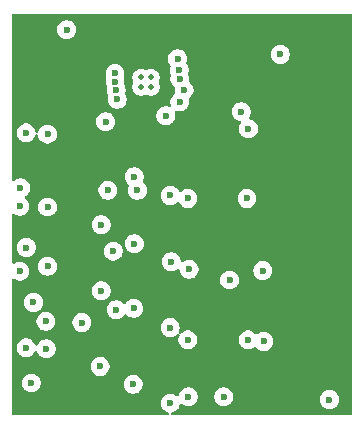
<source format=gbr>
%TF.GenerationSoftware,KiCad,Pcbnew,9.0.4*%
%TF.CreationDate,2025-11-03T10:18:42-05:00*%
%TF.ProjectId,Perpetuality,50657270-6574-4756-916c-6974792e6b69,rev?*%
%TF.SameCoordinates,Original*%
%TF.FileFunction,Copper,L3,Inr*%
%TF.FilePolarity,Positive*%
%FSLAX46Y46*%
G04 Gerber Fmt 4.6, Leading zero omitted, Abs format (unit mm)*
G04 Created by KiCad (PCBNEW 9.0.4) date 2025-11-03 10:18:42*
%MOMM*%
%LPD*%
G01*
G04 APERTURE LIST*
%TA.AperFunction,ComponentPad*%
%ADD10C,0.508000*%
%TD*%
%TA.AperFunction,ViaPad*%
%ADD11C,0.600000*%
%TD*%
G04 APERTURE END LIST*
D10*
%TO.N,*%
%TO.C,U7*%
X65318889Y-69938699D03*
X64531489Y-69938699D03*
X64531489Y-69151299D03*
%TO.N,N/C*%
X65318889Y-69151299D03*
%TD*%
D11*
%TO.N,A0*%
X58200000Y-65100000D03*
%TO.N,3V3*%
X56450000Y-89800000D03*
X73000000Y-72050000D03*
%TO.N,GND*%
X56587500Y-80120000D03*
X56587500Y-85145000D03*
X63937500Y-77545000D03*
X54250000Y-80050000D03*
X63837500Y-95120000D03*
X71500000Y-96195000D03*
X56587500Y-73945000D03*
X63950000Y-83220000D03*
X73475000Y-79395000D03*
X61037500Y-93620000D03*
X61500000Y-72900000D03*
X74800000Y-85500000D03*
X54775000Y-73845000D03*
X56487500Y-92120000D03*
X54775000Y-92045000D03*
X61137500Y-81620000D03*
X68475000Y-91370000D03*
X54250000Y-85545000D03*
X73575000Y-91370000D03*
X63875000Y-88700000D03*
X68575000Y-85395000D03*
X61137500Y-87220000D03*
X68475000Y-79395000D03*
X68512500Y-96195000D03*
%TO.N,1V8*%
X72000000Y-86300000D03*
X62412500Y-88812500D03*
X67600000Y-67575000D03*
%TO.N,/EMG2/EMG_OUT*%
X54800000Y-83550000D03*
X62300000Y-69500000D03*
%TO.N,FSYNC*%
X74900000Y-91500000D03*
X62150000Y-83850000D03*
%TO.N,SCL*%
X64200000Y-78700000D03*
X61700000Y-78700000D03*
X68150000Y-70200000D03*
%TO.N,EN*%
X73600000Y-73500000D03*
X59500000Y-89900000D03*
%TO.N,SDA*%
X67800000Y-71200000D03*
%TO.N,5V*%
X76300000Y-67200000D03*
%TO.N,/EMG1/EMG_OUT*%
X54300000Y-78500000D03*
X62300000Y-68794998D03*
%TO.N,/EMG3/EMG_OUT*%
X55400000Y-88200000D03*
X62400000Y-70200000D03*
%TO.N,/EMG4/EMG_OUT*%
X55220000Y-95020000D03*
X62500000Y-71000000D03*
%TO.N,REF*%
X67075000Y-84745000D03*
X66975000Y-79145000D03*
X66975000Y-90325000D03*
X80462500Y-96420000D03*
X66975000Y-96720000D03*
%TO.N,\u002ARESET*%
X67750000Y-68500000D03*
%TO.N,\u002AINT*%
X67794999Y-69294999D03*
%TO.N,A0*%
X66600000Y-72400000D03*
%TO.N,GNDD*%
X76163500Y-69520000D03*
X55300000Y-67815000D03*
X65500000Y-96400000D03*
X61800000Y-66300000D03*
X55300000Y-70355000D03*
X62400000Y-90375000D03*
X54725000Y-89800000D03*
X57000000Y-87800000D03*
X65175000Y-65145000D03*
X65175252Y-72724748D03*
X58162500Y-89800000D03*
X71600000Y-94375000D03*
X71900000Y-87500000D03*
%TD*%
%TA.AperFunction,Conductor*%
%TO.N,GNDD*%
G36*
X82342539Y-63770185D02*
G01*
X82388294Y-63822989D01*
X82399500Y-63874500D01*
X82399500Y-97625500D01*
X82379815Y-97692539D01*
X82327011Y-97738294D01*
X82275500Y-97749500D01*
X67161575Y-97749500D01*
X67094536Y-97729815D01*
X67048781Y-97677011D01*
X67038837Y-97607853D01*
X67067862Y-97544297D01*
X67126640Y-97506523D01*
X67137383Y-97503883D01*
X67187121Y-97493988D01*
X67208497Y-97489737D01*
X67354179Y-97429394D01*
X67485289Y-97341789D01*
X67596789Y-97230289D01*
X67684394Y-97099179D01*
X67744737Y-96953497D01*
X67754828Y-96902764D01*
X67764878Y-96852245D01*
X67797263Y-96790334D01*
X67857979Y-96755759D01*
X67927748Y-96759499D01*
X67974176Y-96788755D01*
X68002207Y-96816786D01*
X68002211Y-96816789D01*
X68133314Y-96904390D01*
X68133327Y-96904397D01*
X68278998Y-96964735D01*
X68279003Y-96964737D01*
X68433653Y-96995499D01*
X68433656Y-96995500D01*
X68433658Y-96995500D01*
X68591344Y-96995500D01*
X68591345Y-96995499D01*
X68745997Y-96964737D01*
X68891679Y-96904394D01*
X69022789Y-96816789D01*
X69134289Y-96705289D01*
X69221894Y-96574179D01*
X69282237Y-96428497D01*
X69313000Y-96273842D01*
X69313000Y-96116158D01*
X69313000Y-96116155D01*
X69312999Y-96116153D01*
X70699500Y-96116153D01*
X70699500Y-96273846D01*
X70730261Y-96428489D01*
X70730264Y-96428501D01*
X70790602Y-96574172D01*
X70790609Y-96574185D01*
X70878210Y-96705288D01*
X70878213Y-96705292D01*
X70989707Y-96816786D01*
X70989711Y-96816789D01*
X71120814Y-96904390D01*
X71120827Y-96904397D01*
X71266498Y-96964735D01*
X71266503Y-96964737D01*
X71421153Y-96995499D01*
X71421156Y-96995500D01*
X71421158Y-96995500D01*
X71578844Y-96995500D01*
X71578845Y-96995499D01*
X71733497Y-96964737D01*
X71879179Y-96904394D01*
X72010289Y-96816789D01*
X72121789Y-96705289D01*
X72209394Y-96574179D01*
X72269737Y-96428497D01*
X72287111Y-96341153D01*
X79662000Y-96341153D01*
X79662000Y-96498846D01*
X79692761Y-96653489D01*
X79692764Y-96653501D01*
X79753102Y-96799172D01*
X79753109Y-96799185D01*
X79840710Y-96930288D01*
X79840713Y-96930292D01*
X79952207Y-97041786D01*
X79952211Y-97041789D01*
X80083314Y-97129390D01*
X80083327Y-97129397D01*
X80228998Y-97189735D01*
X80229003Y-97189737D01*
X80383653Y-97220499D01*
X80383656Y-97220500D01*
X80383658Y-97220500D01*
X80541344Y-97220500D01*
X80541345Y-97220499D01*
X80695997Y-97189737D01*
X80841679Y-97129394D01*
X80972789Y-97041789D01*
X81084289Y-96930289D01*
X81171894Y-96799179D01*
X81232237Y-96653497D01*
X81263000Y-96498842D01*
X81263000Y-96341158D01*
X81263000Y-96341155D01*
X81262999Y-96341153D01*
X81236853Y-96209711D01*
X81232237Y-96186503D01*
X81232235Y-96186498D01*
X81171897Y-96040827D01*
X81171890Y-96040814D01*
X81084289Y-95909711D01*
X81084286Y-95909707D01*
X80972792Y-95798213D01*
X80972788Y-95798210D01*
X80841685Y-95710609D01*
X80841672Y-95710602D01*
X80696001Y-95650264D01*
X80695989Y-95650261D01*
X80541345Y-95619500D01*
X80541342Y-95619500D01*
X80383658Y-95619500D01*
X80383655Y-95619500D01*
X80229010Y-95650261D01*
X80228998Y-95650264D01*
X80083327Y-95710602D01*
X80083314Y-95710609D01*
X79952211Y-95798210D01*
X79952207Y-95798213D01*
X79840713Y-95909707D01*
X79840710Y-95909711D01*
X79753109Y-96040814D01*
X79753102Y-96040827D01*
X79692764Y-96186498D01*
X79692761Y-96186510D01*
X79662000Y-96341153D01*
X72287111Y-96341153D01*
X72293134Y-96310874D01*
X72300500Y-96273844D01*
X72300500Y-96116155D01*
X72300499Y-96116153D01*
X72296930Y-96098210D01*
X72269737Y-95961503D01*
X72265081Y-95950263D01*
X72209397Y-95815827D01*
X72209390Y-95815814D01*
X72121789Y-95684711D01*
X72121786Y-95684707D01*
X72010292Y-95573213D01*
X72010288Y-95573210D01*
X71879185Y-95485609D01*
X71879172Y-95485602D01*
X71733501Y-95425264D01*
X71733489Y-95425261D01*
X71578845Y-95394500D01*
X71578842Y-95394500D01*
X71421158Y-95394500D01*
X71421155Y-95394500D01*
X71266510Y-95425261D01*
X71266498Y-95425264D01*
X71120827Y-95485602D01*
X71120814Y-95485609D01*
X70989711Y-95573210D01*
X70989707Y-95573213D01*
X70878213Y-95684707D01*
X70878210Y-95684711D01*
X70790609Y-95815814D01*
X70790602Y-95815827D01*
X70730264Y-95961498D01*
X70730261Y-95961510D01*
X70699500Y-96116153D01*
X69312999Y-96116153D01*
X69309430Y-96098210D01*
X69282237Y-95961503D01*
X69277581Y-95950263D01*
X69221897Y-95815827D01*
X69221890Y-95815814D01*
X69134289Y-95684711D01*
X69134286Y-95684707D01*
X69022792Y-95573213D01*
X69022788Y-95573210D01*
X68891685Y-95485609D01*
X68891672Y-95485602D01*
X68746001Y-95425264D01*
X68745989Y-95425261D01*
X68591345Y-95394500D01*
X68591342Y-95394500D01*
X68433658Y-95394500D01*
X68433655Y-95394500D01*
X68279010Y-95425261D01*
X68278998Y-95425264D01*
X68133327Y-95485602D01*
X68133314Y-95485609D01*
X68002211Y-95573210D01*
X68002207Y-95573213D01*
X67890713Y-95684707D01*
X67890710Y-95684711D01*
X67803109Y-95815814D01*
X67803102Y-95815827D01*
X67742764Y-95961498D01*
X67742761Y-95961507D01*
X67722621Y-96062756D01*
X67690235Y-96124666D01*
X67629519Y-96159240D01*
X67559750Y-96155499D01*
X67513323Y-96126244D01*
X67485292Y-96098213D01*
X67485288Y-96098210D01*
X67354185Y-96010609D01*
X67354172Y-96010602D01*
X67208501Y-95950264D01*
X67208489Y-95950261D01*
X67053845Y-95919500D01*
X67053842Y-95919500D01*
X66896158Y-95919500D01*
X66896155Y-95919500D01*
X66741510Y-95950261D01*
X66741498Y-95950264D01*
X66595827Y-96010602D01*
X66595814Y-96010609D01*
X66464711Y-96098210D01*
X66464707Y-96098213D01*
X66353213Y-96209707D01*
X66353210Y-96209711D01*
X66265609Y-96340814D01*
X66265602Y-96340827D01*
X66205264Y-96486498D01*
X66205261Y-96486510D01*
X66174500Y-96641153D01*
X66174500Y-96798846D01*
X66205261Y-96953489D01*
X66205264Y-96953501D01*
X66265602Y-97099172D01*
X66265609Y-97099185D01*
X66353210Y-97230288D01*
X66353213Y-97230292D01*
X66464707Y-97341786D01*
X66464711Y-97341789D01*
X66595814Y-97429390D01*
X66595827Y-97429397D01*
X66741498Y-97489735D01*
X66741503Y-97489737D01*
X66741507Y-97489737D01*
X66741508Y-97489738D01*
X66812617Y-97503883D01*
X66874528Y-97536268D01*
X66909102Y-97596984D01*
X66905362Y-97666753D01*
X66864495Y-97723425D01*
X66799477Y-97749006D01*
X66788425Y-97749500D01*
X53724500Y-97749500D01*
X53657461Y-97729815D01*
X53611706Y-97677011D01*
X53600500Y-97625500D01*
X53600500Y-94941153D01*
X54419500Y-94941153D01*
X54419500Y-95098846D01*
X54450261Y-95253489D01*
X54450264Y-95253501D01*
X54510602Y-95399172D01*
X54510609Y-95399185D01*
X54598210Y-95530288D01*
X54598213Y-95530292D01*
X54709707Y-95641786D01*
X54709711Y-95641789D01*
X54840814Y-95729390D01*
X54840827Y-95729397D01*
X54986498Y-95789735D01*
X54986503Y-95789737D01*
X55141153Y-95820499D01*
X55141156Y-95820500D01*
X55141158Y-95820500D01*
X55298844Y-95820500D01*
X55298845Y-95820499D01*
X55453497Y-95789737D01*
X55599179Y-95729394D01*
X55730289Y-95641789D01*
X55841789Y-95530289D01*
X55929394Y-95399179D01*
X55989737Y-95253497D01*
X56020500Y-95098842D01*
X56020500Y-95041153D01*
X63037000Y-95041153D01*
X63037000Y-95198846D01*
X63067761Y-95353489D01*
X63067764Y-95353501D01*
X63128102Y-95499172D01*
X63128109Y-95499185D01*
X63215710Y-95630288D01*
X63215713Y-95630292D01*
X63327207Y-95741786D01*
X63327211Y-95741789D01*
X63458314Y-95829390D01*
X63458327Y-95829397D01*
X63603998Y-95889735D01*
X63604003Y-95889737D01*
X63753631Y-95919500D01*
X63758653Y-95920499D01*
X63758656Y-95920500D01*
X63758658Y-95920500D01*
X63916344Y-95920500D01*
X63916345Y-95920499D01*
X64070997Y-95889737D01*
X64216679Y-95829394D01*
X64347789Y-95741789D01*
X64459289Y-95630289D01*
X64546894Y-95499179D01*
X64607237Y-95353497D01*
X64638000Y-95198842D01*
X64638000Y-95041158D01*
X64638000Y-95041155D01*
X64637999Y-95041153D01*
X64607237Y-94886503D01*
X64565814Y-94786498D01*
X64546897Y-94740827D01*
X64546890Y-94740814D01*
X64459289Y-94609711D01*
X64459286Y-94609707D01*
X64347792Y-94498213D01*
X64347788Y-94498210D01*
X64216685Y-94410609D01*
X64216672Y-94410602D01*
X64071001Y-94350264D01*
X64070989Y-94350261D01*
X63916345Y-94319500D01*
X63916342Y-94319500D01*
X63758658Y-94319500D01*
X63758655Y-94319500D01*
X63604010Y-94350261D01*
X63603998Y-94350264D01*
X63458327Y-94410602D01*
X63458314Y-94410609D01*
X63327211Y-94498210D01*
X63327207Y-94498213D01*
X63215713Y-94609707D01*
X63215710Y-94609711D01*
X63128109Y-94740814D01*
X63128102Y-94740827D01*
X63067764Y-94886498D01*
X63067761Y-94886510D01*
X63037000Y-95041153D01*
X56020500Y-95041153D01*
X56020500Y-94941158D01*
X56020500Y-94941155D01*
X56020499Y-94941153D01*
X55989738Y-94786510D01*
X55989737Y-94786503D01*
X55970812Y-94740814D01*
X55929397Y-94640827D01*
X55929390Y-94640814D01*
X55841789Y-94509711D01*
X55841786Y-94509707D01*
X55730292Y-94398213D01*
X55730288Y-94398210D01*
X55599185Y-94310609D01*
X55599172Y-94310602D01*
X55453501Y-94250264D01*
X55453489Y-94250261D01*
X55298845Y-94219500D01*
X55298842Y-94219500D01*
X55141158Y-94219500D01*
X55141155Y-94219500D01*
X54986510Y-94250261D01*
X54986498Y-94250264D01*
X54840827Y-94310602D01*
X54840814Y-94310609D01*
X54709711Y-94398210D01*
X54709707Y-94398213D01*
X54598213Y-94509707D01*
X54598210Y-94509711D01*
X54510609Y-94640814D01*
X54510602Y-94640827D01*
X54450264Y-94786498D01*
X54450261Y-94786510D01*
X54419500Y-94941153D01*
X53600500Y-94941153D01*
X53600500Y-93541153D01*
X60237000Y-93541153D01*
X60237000Y-93698846D01*
X60267761Y-93853489D01*
X60267764Y-93853501D01*
X60328102Y-93999172D01*
X60328109Y-93999185D01*
X60415710Y-94130288D01*
X60415713Y-94130292D01*
X60527207Y-94241786D01*
X60527211Y-94241789D01*
X60658314Y-94329390D01*
X60658327Y-94329397D01*
X60803998Y-94389735D01*
X60804003Y-94389737D01*
X60958653Y-94420499D01*
X60958656Y-94420500D01*
X60958658Y-94420500D01*
X61116344Y-94420500D01*
X61116345Y-94420499D01*
X61270997Y-94389737D01*
X61416679Y-94329394D01*
X61547789Y-94241789D01*
X61659289Y-94130289D01*
X61746894Y-93999179D01*
X61807237Y-93853497D01*
X61838000Y-93698842D01*
X61838000Y-93541158D01*
X61838000Y-93541155D01*
X61837999Y-93541153D01*
X61807238Y-93386510D01*
X61807237Y-93386503D01*
X61807235Y-93386498D01*
X61746897Y-93240827D01*
X61746890Y-93240814D01*
X61659289Y-93109711D01*
X61659286Y-93109707D01*
X61547792Y-92998213D01*
X61547788Y-92998210D01*
X61416685Y-92910609D01*
X61416672Y-92910602D01*
X61271001Y-92850264D01*
X61270989Y-92850261D01*
X61116345Y-92819500D01*
X61116342Y-92819500D01*
X60958658Y-92819500D01*
X60958655Y-92819500D01*
X60804010Y-92850261D01*
X60803998Y-92850264D01*
X60658327Y-92910602D01*
X60658314Y-92910609D01*
X60527211Y-92998210D01*
X60527207Y-92998213D01*
X60415713Y-93109707D01*
X60415710Y-93109711D01*
X60328109Y-93240814D01*
X60328102Y-93240827D01*
X60267764Y-93386498D01*
X60267761Y-93386510D01*
X60237000Y-93541153D01*
X53600500Y-93541153D01*
X53600500Y-91966153D01*
X53974500Y-91966153D01*
X53974500Y-92123846D01*
X54005261Y-92278489D01*
X54005264Y-92278501D01*
X54065602Y-92424172D01*
X54065609Y-92424185D01*
X54153210Y-92555288D01*
X54153213Y-92555292D01*
X54264707Y-92666786D01*
X54264711Y-92666789D01*
X54395814Y-92754390D01*
X54395827Y-92754397D01*
X54541498Y-92814735D01*
X54541503Y-92814737D01*
X54696153Y-92845499D01*
X54696156Y-92845500D01*
X54696158Y-92845500D01*
X54853844Y-92845500D01*
X54853845Y-92845499D01*
X55008497Y-92814737D01*
X55154179Y-92754394D01*
X55285289Y-92666789D01*
X55396789Y-92555289D01*
X55484394Y-92424179D01*
X55501155Y-92383711D01*
X55544996Y-92329309D01*
X55611290Y-92307243D01*
X55678989Y-92324522D01*
X55726600Y-92375658D01*
X55730278Y-92383712D01*
X55778102Y-92499172D01*
X55778109Y-92499185D01*
X55865710Y-92630288D01*
X55865713Y-92630292D01*
X55977207Y-92741786D01*
X55977211Y-92741789D01*
X56108314Y-92829390D01*
X56108327Y-92829397D01*
X56253998Y-92889735D01*
X56254003Y-92889737D01*
X56408653Y-92920499D01*
X56408656Y-92920500D01*
X56408658Y-92920500D01*
X56566344Y-92920500D01*
X56566345Y-92920499D01*
X56720997Y-92889737D01*
X56866679Y-92829394D01*
X56997789Y-92741789D01*
X57109289Y-92630289D01*
X57196894Y-92499179D01*
X57257237Y-92353497D01*
X57288000Y-92198842D01*
X57288000Y-92041158D01*
X57288000Y-92041155D01*
X57287999Y-92041153D01*
X57281860Y-92010289D01*
X57257237Y-91886503D01*
X57254203Y-91879179D01*
X57196897Y-91740827D01*
X57196890Y-91740814D01*
X57109289Y-91609711D01*
X57109286Y-91609707D01*
X56997792Y-91498213D01*
X56997788Y-91498210D01*
X56866685Y-91410609D01*
X56866672Y-91410602D01*
X56721001Y-91350264D01*
X56720989Y-91350261D01*
X56566345Y-91319500D01*
X56566342Y-91319500D01*
X56408658Y-91319500D01*
X56408655Y-91319500D01*
X56254010Y-91350261D01*
X56253998Y-91350264D01*
X56108327Y-91410602D01*
X56108314Y-91410609D01*
X55977211Y-91498210D01*
X55977207Y-91498213D01*
X55865713Y-91609707D01*
X55865710Y-91609711D01*
X55778109Y-91740814D01*
X55778101Y-91740829D01*
X55761342Y-91781289D01*
X55717500Y-91835692D01*
X55651206Y-91857756D01*
X55583507Y-91840476D01*
X55535897Y-91789338D01*
X55532221Y-91781287D01*
X55484397Y-91665826D01*
X55484390Y-91665814D01*
X55396789Y-91534711D01*
X55396786Y-91534707D01*
X55285292Y-91423213D01*
X55285288Y-91423210D01*
X55154185Y-91335609D01*
X55154172Y-91335602D01*
X55008501Y-91275264D01*
X55008489Y-91275261D01*
X54853845Y-91244500D01*
X54853842Y-91244500D01*
X54696158Y-91244500D01*
X54696155Y-91244500D01*
X54541510Y-91275261D01*
X54541498Y-91275264D01*
X54395827Y-91335602D01*
X54395814Y-91335609D01*
X54264711Y-91423210D01*
X54264707Y-91423213D01*
X54153213Y-91534707D01*
X54153210Y-91534711D01*
X54065609Y-91665814D01*
X54065602Y-91665827D01*
X54005264Y-91811498D01*
X54005261Y-91811510D01*
X53974500Y-91966153D01*
X53600500Y-91966153D01*
X53600500Y-89721153D01*
X55649500Y-89721153D01*
X55649500Y-89878846D01*
X55680261Y-90033489D01*
X55680264Y-90033501D01*
X55740602Y-90179172D01*
X55740609Y-90179185D01*
X55828210Y-90310288D01*
X55828213Y-90310292D01*
X55939707Y-90421786D01*
X55939711Y-90421789D01*
X56070814Y-90509390D01*
X56070827Y-90509397D01*
X56215931Y-90569500D01*
X56216503Y-90569737D01*
X56369967Y-90600263D01*
X56371153Y-90600499D01*
X56371156Y-90600500D01*
X56371158Y-90600500D01*
X56528844Y-90600500D01*
X56528845Y-90600499D01*
X56683497Y-90569737D01*
X56829179Y-90509394D01*
X56960289Y-90421789D01*
X57071789Y-90310289D01*
X57159394Y-90179179D01*
X57219737Y-90033497D01*
X57250500Y-89878842D01*
X57250500Y-89821153D01*
X58699500Y-89821153D01*
X58699500Y-89978846D01*
X58730261Y-90133489D01*
X58730264Y-90133501D01*
X58790602Y-90279172D01*
X58790609Y-90279185D01*
X58878210Y-90410288D01*
X58878213Y-90410292D01*
X58989707Y-90521786D01*
X58989711Y-90521789D01*
X59120814Y-90609390D01*
X59120827Y-90609397D01*
X59244466Y-90660609D01*
X59266503Y-90669737D01*
X59416131Y-90699500D01*
X59421153Y-90700499D01*
X59421156Y-90700500D01*
X59421158Y-90700500D01*
X59578844Y-90700500D01*
X59578845Y-90700499D01*
X59733497Y-90669737D01*
X59879179Y-90609394D01*
X60010289Y-90521789D01*
X60121789Y-90410289D01*
X60209394Y-90279179D01*
X60223074Y-90246153D01*
X66174500Y-90246153D01*
X66174500Y-90403846D01*
X66205261Y-90558489D01*
X66205264Y-90558501D01*
X66265602Y-90704172D01*
X66265609Y-90704185D01*
X66353210Y-90835288D01*
X66353213Y-90835292D01*
X66464707Y-90946786D01*
X66464711Y-90946789D01*
X66595814Y-91034390D01*
X66595827Y-91034397D01*
X66741498Y-91094735D01*
X66741503Y-91094737D01*
X66896153Y-91125499D01*
X66896156Y-91125500D01*
X66896158Y-91125500D01*
X67053844Y-91125500D01*
X67053845Y-91125499D01*
X67208497Y-91094737D01*
X67354179Y-91034394D01*
X67485289Y-90946789D01*
X67554152Y-90877925D01*
X67615473Y-90844442D01*
X67685165Y-90849426D01*
X67741099Y-90891297D01*
X67765516Y-90956761D01*
X67756394Y-91013060D01*
X67747556Y-91034397D01*
X67705263Y-91136503D01*
X67705262Y-91136506D01*
X67705262Y-91136507D01*
X67705261Y-91136510D01*
X67674500Y-91291153D01*
X67674500Y-91448846D01*
X67705261Y-91603489D01*
X67705264Y-91603501D01*
X67765602Y-91749172D01*
X67765609Y-91749185D01*
X67853210Y-91880288D01*
X67853213Y-91880292D01*
X67964707Y-91991786D01*
X67964711Y-91991789D01*
X68095814Y-92079390D01*
X68095827Y-92079397D01*
X68203138Y-92123846D01*
X68241503Y-92139737D01*
X68396153Y-92170499D01*
X68396156Y-92170500D01*
X68396158Y-92170500D01*
X68553844Y-92170500D01*
X68553845Y-92170499D01*
X68708497Y-92139737D01*
X68854179Y-92079394D01*
X68985289Y-91991789D01*
X69096789Y-91880289D01*
X69184394Y-91749179D01*
X69187854Y-91740827D01*
X69218922Y-91665821D01*
X69244737Y-91603497D01*
X69275500Y-91448842D01*
X69275500Y-91291158D01*
X69275500Y-91291155D01*
X69275499Y-91291153D01*
X72774500Y-91291153D01*
X72774500Y-91448846D01*
X72805261Y-91603489D01*
X72805264Y-91603501D01*
X72865602Y-91749172D01*
X72865609Y-91749185D01*
X72953210Y-91880288D01*
X72953213Y-91880292D01*
X73064707Y-91991786D01*
X73064711Y-91991789D01*
X73195814Y-92079390D01*
X73195827Y-92079397D01*
X73303138Y-92123846D01*
X73341503Y-92139737D01*
X73496153Y-92170499D01*
X73496156Y-92170500D01*
X73496158Y-92170500D01*
X73653844Y-92170500D01*
X73653845Y-92170499D01*
X73808497Y-92139737D01*
X73954179Y-92079394D01*
X74085289Y-91991789D01*
X74086683Y-91990394D01*
X74087593Y-91989897D01*
X74089993Y-91987928D01*
X74090366Y-91988383D01*
X74147999Y-91956907D01*
X74217691Y-91961885D01*
X74273629Y-92003752D01*
X74277473Y-92009184D01*
X74278213Y-92010292D01*
X74389707Y-92121786D01*
X74389711Y-92121789D01*
X74520814Y-92209390D01*
X74520827Y-92209397D01*
X74666498Y-92269735D01*
X74666503Y-92269737D01*
X74821153Y-92300499D01*
X74821156Y-92300500D01*
X74821158Y-92300500D01*
X74978844Y-92300500D01*
X74978845Y-92300499D01*
X75133497Y-92269737D01*
X75279179Y-92209394D01*
X75410289Y-92121789D01*
X75521789Y-92010289D01*
X75609394Y-91879179D01*
X75669737Y-91733497D01*
X75700500Y-91578842D01*
X75700500Y-91421158D01*
X75700500Y-91421155D01*
X75700499Y-91421153D01*
X75686398Y-91350263D01*
X75669737Y-91266503D01*
X75615893Y-91136510D01*
X75609397Y-91120827D01*
X75609390Y-91120814D01*
X75521789Y-90989711D01*
X75521786Y-90989707D01*
X75410292Y-90878213D01*
X75410288Y-90878210D01*
X75279185Y-90790609D01*
X75279172Y-90790602D01*
X75133501Y-90730264D01*
X75133489Y-90730261D01*
X74978845Y-90699500D01*
X74978842Y-90699500D01*
X74821158Y-90699500D01*
X74821155Y-90699500D01*
X74666510Y-90730261D01*
X74666498Y-90730264D01*
X74520827Y-90790602D01*
X74520814Y-90790609D01*
X74389714Y-90878208D01*
X74389711Y-90878210D01*
X74388305Y-90879617D01*
X74387388Y-90880117D01*
X74385007Y-90882072D01*
X74384636Y-90881619D01*
X74326978Y-90913097D01*
X74257287Y-90908106D01*
X74201357Y-90866230D01*
X74197524Y-90860811D01*
X74196788Y-90859709D01*
X74085292Y-90748213D01*
X74085288Y-90748210D01*
X73954185Y-90660609D01*
X73954172Y-90660602D01*
X73808501Y-90600264D01*
X73808489Y-90600261D01*
X73653845Y-90569500D01*
X73653842Y-90569500D01*
X73496158Y-90569500D01*
X73496155Y-90569500D01*
X73341510Y-90600261D01*
X73341498Y-90600264D01*
X73195827Y-90660602D01*
X73195814Y-90660609D01*
X73064711Y-90748210D01*
X73064707Y-90748213D01*
X72953213Y-90859707D01*
X72953210Y-90859711D01*
X72865609Y-90990814D01*
X72865602Y-90990827D01*
X72805264Y-91136498D01*
X72805261Y-91136510D01*
X72774500Y-91291153D01*
X69275499Y-91291153D01*
X69244738Y-91136510D01*
X69244737Y-91136503D01*
X69244735Y-91136498D01*
X69184397Y-90990827D01*
X69184390Y-90990814D01*
X69096789Y-90859711D01*
X69096786Y-90859707D01*
X68985292Y-90748213D01*
X68985288Y-90748210D01*
X68854185Y-90660609D01*
X68854172Y-90660602D01*
X68708501Y-90600264D01*
X68708489Y-90600261D01*
X68553845Y-90569500D01*
X68553842Y-90569500D01*
X68396158Y-90569500D01*
X68396155Y-90569500D01*
X68241510Y-90600261D01*
X68241498Y-90600264D01*
X68095827Y-90660602D01*
X68095814Y-90660609D01*
X67964711Y-90748210D01*
X67895848Y-90817073D01*
X67834524Y-90850557D01*
X67764833Y-90845572D01*
X67708899Y-90803701D01*
X67684483Y-90738236D01*
X67693606Y-90681938D01*
X67744737Y-90558497D01*
X67775500Y-90403842D01*
X67775500Y-90246158D01*
X67775500Y-90246155D01*
X67775499Y-90246153D01*
X67762177Y-90179179D01*
X67744737Y-90091503D01*
X67720712Y-90033501D01*
X67684397Y-89945827D01*
X67684390Y-89945814D01*
X67596789Y-89814711D01*
X67596786Y-89814707D01*
X67485292Y-89703213D01*
X67485288Y-89703210D01*
X67354185Y-89615609D01*
X67354172Y-89615602D01*
X67208501Y-89555264D01*
X67208489Y-89555261D01*
X67053845Y-89524500D01*
X67053842Y-89524500D01*
X66896158Y-89524500D01*
X66896155Y-89524500D01*
X66741510Y-89555261D01*
X66741498Y-89555264D01*
X66595827Y-89615602D01*
X66595814Y-89615609D01*
X66464711Y-89703210D01*
X66464707Y-89703213D01*
X66353213Y-89814707D01*
X66353210Y-89814711D01*
X66265609Y-89945814D01*
X66265602Y-89945827D01*
X66205264Y-90091498D01*
X66205261Y-90091510D01*
X66174500Y-90246153D01*
X60223074Y-90246153D01*
X60269737Y-90133497D01*
X60300500Y-89978842D01*
X60300500Y-89821158D01*
X60300500Y-89821155D01*
X60300499Y-89821153D01*
X60299217Y-89814707D01*
X60269737Y-89666503D01*
X60248655Y-89615606D01*
X60209397Y-89520827D01*
X60209390Y-89520814D01*
X60121789Y-89389711D01*
X60121786Y-89389707D01*
X60010292Y-89278213D01*
X60010288Y-89278210D01*
X59879185Y-89190609D01*
X59879172Y-89190602D01*
X59733501Y-89130264D01*
X59733489Y-89130261D01*
X59578845Y-89099500D01*
X59578842Y-89099500D01*
X59421158Y-89099500D01*
X59421155Y-89099500D01*
X59266510Y-89130261D01*
X59266498Y-89130264D01*
X59120827Y-89190602D01*
X59120814Y-89190609D01*
X58989711Y-89278210D01*
X58989707Y-89278213D01*
X58878213Y-89389707D01*
X58878210Y-89389711D01*
X58790609Y-89520814D01*
X58790602Y-89520827D01*
X58730264Y-89666498D01*
X58730261Y-89666510D01*
X58699500Y-89821153D01*
X57250500Y-89821153D01*
X57250500Y-89721158D01*
X57250500Y-89721155D01*
X57250499Y-89721153D01*
X57228986Y-89613000D01*
X57219737Y-89566503D01*
X57215081Y-89555263D01*
X57159397Y-89420827D01*
X57159390Y-89420814D01*
X57071789Y-89289711D01*
X57071786Y-89289707D01*
X56960292Y-89178213D01*
X56960288Y-89178210D01*
X56829185Y-89090609D01*
X56829172Y-89090602D01*
X56683501Y-89030264D01*
X56683489Y-89030261D01*
X56528845Y-88999500D01*
X56528842Y-88999500D01*
X56371158Y-88999500D01*
X56371155Y-88999500D01*
X56216510Y-89030261D01*
X56216498Y-89030264D01*
X56070827Y-89090602D01*
X56070814Y-89090609D01*
X55939711Y-89178210D01*
X55939707Y-89178213D01*
X55828213Y-89289707D01*
X55828210Y-89289711D01*
X55740609Y-89420814D01*
X55740602Y-89420827D01*
X55680264Y-89566498D01*
X55680261Y-89566510D01*
X55649500Y-89721153D01*
X53600500Y-89721153D01*
X53600500Y-88121153D01*
X54599500Y-88121153D01*
X54599500Y-88278846D01*
X54630261Y-88433489D01*
X54630264Y-88433501D01*
X54690602Y-88579172D01*
X54690609Y-88579185D01*
X54778210Y-88710288D01*
X54778213Y-88710292D01*
X54889707Y-88821786D01*
X54889711Y-88821789D01*
X55020814Y-88909390D01*
X55020827Y-88909397D01*
X55166498Y-88969735D01*
X55166503Y-88969737D01*
X55316131Y-88999500D01*
X55321153Y-89000499D01*
X55321156Y-89000500D01*
X55321158Y-89000500D01*
X55478844Y-89000500D01*
X55478845Y-89000499D01*
X55633497Y-88969737D01*
X55779179Y-88909394D01*
X55910289Y-88821789D01*
X55998425Y-88733653D01*
X61612000Y-88733653D01*
X61612000Y-88891346D01*
X61642761Y-89045989D01*
X61642764Y-89046001D01*
X61703102Y-89191672D01*
X61703109Y-89191685D01*
X61790710Y-89322788D01*
X61790713Y-89322792D01*
X61902207Y-89434286D01*
X61902211Y-89434289D01*
X62033314Y-89521890D01*
X62033327Y-89521897D01*
X62141005Y-89566498D01*
X62179003Y-89582237D01*
X62333653Y-89612999D01*
X62333656Y-89613000D01*
X62333658Y-89613000D01*
X62491344Y-89613000D01*
X62491345Y-89612999D01*
X62645997Y-89582237D01*
X62791679Y-89521894D01*
X62922789Y-89434289D01*
X63034289Y-89322789D01*
X63083095Y-89249744D01*
X63136705Y-89204942D01*
X63206030Y-89196233D01*
X63269058Y-89226388D01*
X63273877Y-89230956D01*
X63364707Y-89321786D01*
X63364711Y-89321789D01*
X63495814Y-89409390D01*
X63495827Y-89409397D01*
X63555923Y-89434289D01*
X63641503Y-89469737D01*
X63796153Y-89500499D01*
X63796156Y-89500500D01*
X63796158Y-89500500D01*
X63953844Y-89500500D01*
X63953845Y-89500499D01*
X64108497Y-89469737D01*
X64226592Y-89420821D01*
X64254172Y-89409397D01*
X64254172Y-89409396D01*
X64254179Y-89409394D01*
X64385289Y-89321789D01*
X64496789Y-89210289D01*
X64584394Y-89079179D01*
X64644737Y-88933497D01*
X64675500Y-88778842D01*
X64675500Y-88621158D01*
X64675500Y-88621155D01*
X64675499Y-88621153D01*
X64644738Y-88466510D01*
X64644737Y-88466503D01*
X64629888Y-88430654D01*
X64584397Y-88320827D01*
X64584390Y-88320814D01*
X64496789Y-88189711D01*
X64496786Y-88189707D01*
X64385292Y-88078213D01*
X64385288Y-88078210D01*
X64254185Y-87990609D01*
X64254172Y-87990602D01*
X64108501Y-87930264D01*
X64108489Y-87930261D01*
X63953845Y-87899500D01*
X63953842Y-87899500D01*
X63796158Y-87899500D01*
X63796155Y-87899500D01*
X63641510Y-87930261D01*
X63641498Y-87930264D01*
X63495827Y-87990602D01*
X63495814Y-87990609D01*
X63364711Y-88078210D01*
X63364707Y-88078213D01*
X63253213Y-88189707D01*
X63253210Y-88189711D01*
X63204405Y-88262753D01*
X63150792Y-88307558D01*
X63081467Y-88316265D01*
X63018440Y-88286110D01*
X63013622Y-88281543D01*
X62922792Y-88190713D01*
X62922788Y-88190710D01*
X62791685Y-88103109D01*
X62791672Y-88103102D01*
X62646001Y-88042764D01*
X62645989Y-88042761D01*
X62491345Y-88012000D01*
X62491342Y-88012000D01*
X62333658Y-88012000D01*
X62333655Y-88012000D01*
X62179010Y-88042761D01*
X62178998Y-88042764D01*
X62033327Y-88103102D01*
X62033314Y-88103109D01*
X61902211Y-88190710D01*
X61902207Y-88190713D01*
X61790713Y-88302207D01*
X61790710Y-88302211D01*
X61703109Y-88433314D01*
X61703102Y-88433327D01*
X61642764Y-88578998D01*
X61642761Y-88579010D01*
X61612000Y-88733653D01*
X55998425Y-88733653D01*
X56021789Y-88710289D01*
X56040120Y-88682853D01*
X56056277Y-88658675D01*
X56109390Y-88579185D01*
X56109390Y-88579184D01*
X56109394Y-88579179D01*
X56169737Y-88433497D01*
X56200500Y-88278842D01*
X56200500Y-88121158D01*
X56200500Y-88121155D01*
X56200499Y-88121153D01*
X56184906Y-88042761D01*
X56169737Y-87966503D01*
X56169735Y-87966498D01*
X56109397Y-87820827D01*
X56109390Y-87820814D01*
X56021789Y-87689711D01*
X56021786Y-87689707D01*
X55910292Y-87578213D01*
X55910288Y-87578210D01*
X55779185Y-87490609D01*
X55779172Y-87490602D01*
X55633501Y-87430264D01*
X55633489Y-87430261D01*
X55478845Y-87399500D01*
X55478842Y-87399500D01*
X55321158Y-87399500D01*
X55321155Y-87399500D01*
X55166510Y-87430261D01*
X55166498Y-87430264D01*
X55020827Y-87490602D01*
X55020814Y-87490609D01*
X54889711Y-87578210D01*
X54889707Y-87578213D01*
X54778213Y-87689707D01*
X54778210Y-87689711D01*
X54690609Y-87820814D01*
X54690602Y-87820827D01*
X54630264Y-87966498D01*
X54630261Y-87966510D01*
X54599500Y-88121153D01*
X53600500Y-88121153D01*
X53600500Y-87141153D01*
X60337000Y-87141153D01*
X60337000Y-87298846D01*
X60367761Y-87453489D01*
X60367764Y-87453501D01*
X60428102Y-87599172D01*
X60428109Y-87599185D01*
X60515710Y-87730288D01*
X60515713Y-87730292D01*
X60627207Y-87841786D01*
X60627211Y-87841789D01*
X60758314Y-87929390D01*
X60758327Y-87929397D01*
X60903998Y-87989735D01*
X60904003Y-87989737D01*
X61015926Y-88012000D01*
X61058653Y-88020499D01*
X61058656Y-88020500D01*
X61058658Y-88020500D01*
X61216344Y-88020500D01*
X61216345Y-88020499D01*
X61370997Y-87989737D01*
X61516679Y-87929394D01*
X61647789Y-87841789D01*
X61759289Y-87730289D01*
X61846894Y-87599179D01*
X61907237Y-87453497D01*
X61938000Y-87298842D01*
X61938000Y-87141158D01*
X61938000Y-87141155D01*
X61937999Y-87141153D01*
X61907237Y-86986503D01*
X61880431Y-86921786D01*
X61846897Y-86840827D01*
X61846890Y-86840814D01*
X61759289Y-86709711D01*
X61759286Y-86709707D01*
X61647792Y-86598213D01*
X61647788Y-86598210D01*
X61516685Y-86510609D01*
X61516672Y-86510602D01*
X61371001Y-86450264D01*
X61370989Y-86450261D01*
X61216345Y-86419500D01*
X61216342Y-86419500D01*
X61058658Y-86419500D01*
X61058655Y-86419500D01*
X60904010Y-86450261D01*
X60903998Y-86450264D01*
X60758327Y-86510602D01*
X60758314Y-86510609D01*
X60627211Y-86598210D01*
X60627207Y-86598213D01*
X60515713Y-86709707D01*
X60515710Y-86709711D01*
X60428109Y-86840814D01*
X60428102Y-86840827D01*
X60367764Y-86986498D01*
X60367761Y-86986510D01*
X60337000Y-87141153D01*
X53600500Y-87141153D01*
X53600500Y-86305759D01*
X53620185Y-86238720D01*
X53672989Y-86192965D01*
X53742147Y-86183021D01*
X53793391Y-86202657D01*
X53870821Y-86254394D01*
X53870823Y-86254395D01*
X53870827Y-86254397D01*
X53994828Y-86305759D01*
X54016503Y-86314737D01*
X54171153Y-86345499D01*
X54171156Y-86345500D01*
X54171158Y-86345500D01*
X54328844Y-86345500D01*
X54328845Y-86345499D01*
X54483497Y-86314737D01*
X54629179Y-86254394D01*
X54678928Y-86221153D01*
X71199500Y-86221153D01*
X71199500Y-86378846D01*
X71230261Y-86533489D01*
X71230264Y-86533501D01*
X71290602Y-86679172D01*
X71290609Y-86679185D01*
X71378210Y-86810288D01*
X71378213Y-86810292D01*
X71489707Y-86921786D01*
X71489711Y-86921789D01*
X71620814Y-87009390D01*
X71620827Y-87009397D01*
X71766498Y-87069735D01*
X71766503Y-87069737D01*
X71921153Y-87100499D01*
X71921156Y-87100500D01*
X71921158Y-87100500D01*
X72078844Y-87100500D01*
X72078845Y-87100499D01*
X72233497Y-87069737D01*
X72379179Y-87009394D01*
X72510289Y-86921789D01*
X72621789Y-86810289D01*
X72709394Y-86679179D01*
X72769737Y-86533497D01*
X72800500Y-86378842D01*
X72800500Y-86221158D01*
X72800500Y-86221155D01*
X72800499Y-86221153D01*
X72780734Y-86121789D01*
X72769737Y-86066503D01*
X72749144Y-86016786D01*
X72709397Y-85920827D01*
X72709390Y-85920814D01*
X72621789Y-85789711D01*
X72621786Y-85789707D01*
X72510292Y-85678213D01*
X72510288Y-85678210D01*
X72379185Y-85590609D01*
X72379172Y-85590602D01*
X72233501Y-85530264D01*
X72233489Y-85530261D01*
X72078845Y-85499500D01*
X72078842Y-85499500D01*
X71921158Y-85499500D01*
X71921155Y-85499500D01*
X71766510Y-85530261D01*
X71766498Y-85530264D01*
X71620827Y-85590602D01*
X71620814Y-85590609D01*
X71489711Y-85678210D01*
X71489707Y-85678213D01*
X71378213Y-85789707D01*
X71378210Y-85789711D01*
X71290609Y-85920814D01*
X71290602Y-85920827D01*
X71230264Y-86066498D01*
X71230261Y-86066510D01*
X71199500Y-86221153D01*
X54678928Y-86221153D01*
X54760289Y-86166789D01*
X54871789Y-86055289D01*
X54959394Y-85924179D01*
X54960783Y-85920827D01*
X55015092Y-85789711D01*
X55019737Y-85778497D01*
X55050500Y-85623842D01*
X55050500Y-85466158D01*
X55050500Y-85466155D01*
X55050499Y-85466153D01*
X55030734Y-85366789D01*
X55019737Y-85311503D01*
X55019735Y-85311498D01*
X54959397Y-85165827D01*
X54959390Y-85165814D01*
X54934763Y-85128957D01*
X54892798Y-85066153D01*
X55787000Y-85066153D01*
X55787000Y-85223846D01*
X55817761Y-85378489D01*
X55817764Y-85378501D01*
X55878102Y-85524172D01*
X55878109Y-85524185D01*
X55965710Y-85655288D01*
X55965713Y-85655292D01*
X56077207Y-85766786D01*
X56077211Y-85766789D01*
X56208314Y-85854390D01*
X56208327Y-85854397D01*
X56353998Y-85914735D01*
X56354003Y-85914737D01*
X56508653Y-85945499D01*
X56508656Y-85945500D01*
X56508658Y-85945500D01*
X56666344Y-85945500D01*
X56666345Y-85945499D01*
X56820997Y-85914737D01*
X56966679Y-85854394D01*
X57097789Y-85766789D01*
X57209289Y-85655289D01*
X57296894Y-85524179D01*
X57357237Y-85378497D01*
X57388000Y-85223842D01*
X57388000Y-85066158D01*
X57388000Y-85066155D01*
X57387999Y-85066153D01*
X57377986Y-85015814D01*
X57357237Y-84911503D01*
X57355877Y-84908220D01*
X57296897Y-84765827D01*
X57296890Y-84765814D01*
X57230298Y-84666153D01*
X66274500Y-84666153D01*
X66274500Y-84823846D01*
X66305261Y-84978489D01*
X66305264Y-84978501D01*
X66365602Y-85124172D01*
X66365609Y-85124185D01*
X66453210Y-85255288D01*
X66453213Y-85255292D01*
X66564707Y-85366786D01*
X66564711Y-85366789D01*
X66695814Y-85454390D01*
X66695827Y-85454397D01*
X66804717Y-85499500D01*
X66841503Y-85514737D01*
X66996153Y-85545499D01*
X66996156Y-85545500D01*
X66996158Y-85545500D01*
X67153844Y-85545500D01*
X67153845Y-85545499D01*
X67308497Y-85514737D01*
X67454179Y-85454394D01*
X67581609Y-85369248D01*
X67648286Y-85348370D01*
X67715666Y-85366854D01*
X67762357Y-85418833D01*
X67773473Y-85467824D01*
X67773903Y-85467782D01*
X67774239Y-85471204D01*
X67774500Y-85472350D01*
X67774500Y-85473846D01*
X67805261Y-85628489D01*
X67805264Y-85628501D01*
X67865602Y-85774172D01*
X67865609Y-85774185D01*
X67953210Y-85905288D01*
X67953213Y-85905292D01*
X68064707Y-86016786D01*
X68064711Y-86016789D01*
X68195814Y-86104390D01*
X68195827Y-86104397D01*
X68341498Y-86164735D01*
X68341503Y-86164737D01*
X68483414Y-86192965D01*
X68496153Y-86195499D01*
X68496156Y-86195500D01*
X68496158Y-86195500D01*
X68653844Y-86195500D01*
X68653845Y-86195499D01*
X68808497Y-86164737D01*
X68954179Y-86104394D01*
X69085289Y-86016789D01*
X69196789Y-85905289D01*
X69284394Y-85774179D01*
X69344737Y-85628497D01*
X69375500Y-85473842D01*
X69375500Y-85421153D01*
X73999500Y-85421153D01*
X73999500Y-85578846D01*
X74030261Y-85733489D01*
X74030264Y-85733501D01*
X74090602Y-85879172D01*
X74090609Y-85879185D01*
X74178210Y-86010288D01*
X74178213Y-86010292D01*
X74289707Y-86121786D01*
X74289711Y-86121789D01*
X74420814Y-86209390D01*
X74420827Y-86209397D01*
X74566498Y-86269735D01*
X74566503Y-86269737D01*
X74721153Y-86300499D01*
X74721156Y-86300500D01*
X74721158Y-86300500D01*
X74878844Y-86300500D01*
X74878845Y-86300499D01*
X75033497Y-86269737D01*
X75179179Y-86209394D01*
X75310289Y-86121789D01*
X75421789Y-86010289D01*
X75509394Y-85879179D01*
X75569737Y-85733497D01*
X75600500Y-85578842D01*
X75600500Y-85421158D01*
X75600500Y-85421155D01*
X75600499Y-85421153D01*
X75592014Y-85378497D01*
X75569737Y-85266503D01*
X75552067Y-85223844D01*
X75509397Y-85120827D01*
X75509390Y-85120814D01*
X75421789Y-84989711D01*
X75421786Y-84989707D01*
X75310292Y-84878213D01*
X75310288Y-84878210D01*
X75179185Y-84790609D01*
X75179172Y-84790602D01*
X75033501Y-84730264D01*
X75033489Y-84730261D01*
X74878845Y-84699500D01*
X74878842Y-84699500D01*
X74721158Y-84699500D01*
X74721155Y-84699500D01*
X74566510Y-84730261D01*
X74566498Y-84730264D01*
X74420827Y-84790602D01*
X74420814Y-84790609D01*
X74289711Y-84878210D01*
X74289707Y-84878213D01*
X74178213Y-84989707D01*
X74178210Y-84989711D01*
X74090609Y-85120814D01*
X74090602Y-85120827D01*
X74030264Y-85266498D01*
X74030261Y-85266510D01*
X73999500Y-85421153D01*
X69375500Y-85421153D01*
X69375500Y-85316158D01*
X69375500Y-85316155D01*
X69375499Y-85316153D01*
X69345596Y-85165821D01*
X69344737Y-85161503D01*
X69331256Y-85128957D01*
X69284397Y-85015827D01*
X69284390Y-85015814D01*
X69196789Y-84884711D01*
X69196786Y-84884707D01*
X69085292Y-84773213D01*
X69085288Y-84773210D01*
X68954185Y-84685609D01*
X68954172Y-84685602D01*
X68808501Y-84625264D01*
X68808489Y-84625261D01*
X68653845Y-84594500D01*
X68653842Y-84594500D01*
X68496158Y-84594500D01*
X68496155Y-84594500D01*
X68341510Y-84625261D01*
X68341498Y-84625264D01*
X68195827Y-84685602D01*
X68195814Y-84685609D01*
X68068391Y-84770751D01*
X68001713Y-84791629D01*
X67934333Y-84773144D01*
X67887643Y-84721165D01*
X67876527Y-84672175D01*
X67876097Y-84672218D01*
X67875759Y-84668794D01*
X67875500Y-84667649D01*
X67875500Y-84666155D01*
X67875499Y-84666153D01*
X67847066Y-84523211D01*
X67844737Y-84511503D01*
X67813298Y-84435602D01*
X67784397Y-84365827D01*
X67784390Y-84365814D01*
X67696789Y-84234711D01*
X67696786Y-84234707D01*
X67585292Y-84123213D01*
X67585288Y-84123210D01*
X67454185Y-84035609D01*
X67454172Y-84035602D01*
X67308501Y-83975264D01*
X67308489Y-83975261D01*
X67153845Y-83944500D01*
X67153842Y-83944500D01*
X66996158Y-83944500D01*
X66996155Y-83944500D01*
X66841510Y-83975261D01*
X66841498Y-83975264D01*
X66695827Y-84035602D01*
X66695814Y-84035609D01*
X66564711Y-84123210D01*
X66564707Y-84123213D01*
X66453213Y-84234707D01*
X66453210Y-84234711D01*
X66365609Y-84365814D01*
X66365602Y-84365827D01*
X66305264Y-84511498D01*
X66305261Y-84511510D01*
X66274500Y-84666153D01*
X57230298Y-84666153D01*
X57209289Y-84634711D01*
X57209286Y-84634707D01*
X57097792Y-84523213D01*
X57097788Y-84523210D01*
X56966685Y-84435609D01*
X56966672Y-84435602D01*
X56821001Y-84375264D01*
X56820989Y-84375261D01*
X56666345Y-84344500D01*
X56666342Y-84344500D01*
X56508658Y-84344500D01*
X56508655Y-84344500D01*
X56354010Y-84375261D01*
X56353998Y-84375264D01*
X56208327Y-84435602D01*
X56208314Y-84435609D01*
X56077211Y-84523210D01*
X56077207Y-84523213D01*
X55965713Y-84634707D01*
X55965710Y-84634711D01*
X55878109Y-84765814D01*
X55878102Y-84765827D01*
X55817764Y-84911498D01*
X55817761Y-84911510D01*
X55787000Y-85066153D01*
X54892798Y-85066153D01*
X54871789Y-85034711D01*
X54871786Y-85034707D01*
X54760292Y-84923213D01*
X54760288Y-84923210D01*
X54629185Y-84835609D01*
X54629172Y-84835602D01*
X54483501Y-84775264D01*
X54483489Y-84775261D01*
X54328845Y-84744500D01*
X54328842Y-84744500D01*
X54171158Y-84744500D01*
X54171155Y-84744500D01*
X54016510Y-84775261D01*
X54016498Y-84775264D01*
X53870827Y-84835602D01*
X53870809Y-84835612D01*
X53793390Y-84887342D01*
X53726713Y-84908220D01*
X53659333Y-84889735D01*
X53612643Y-84837756D01*
X53600500Y-84784240D01*
X53600500Y-83471153D01*
X53999500Y-83471153D01*
X53999500Y-83628846D01*
X54030261Y-83783489D01*
X54030264Y-83783501D01*
X54090602Y-83929172D01*
X54090609Y-83929185D01*
X54178210Y-84060288D01*
X54178213Y-84060292D01*
X54289707Y-84171786D01*
X54289711Y-84171789D01*
X54420814Y-84259390D01*
X54420827Y-84259397D01*
X54566498Y-84319735D01*
X54566503Y-84319737D01*
X54721153Y-84350499D01*
X54721156Y-84350500D01*
X54721158Y-84350500D01*
X54878844Y-84350500D01*
X54878845Y-84350499D01*
X55033497Y-84319737D01*
X55179179Y-84259394D01*
X55310289Y-84171789D01*
X55421789Y-84060289D01*
X55509394Y-83929179D01*
X55569737Y-83783497D01*
X55572192Y-83771153D01*
X61349500Y-83771153D01*
X61349500Y-83928846D01*
X61380261Y-84083489D01*
X61380264Y-84083501D01*
X61440602Y-84229172D01*
X61440609Y-84229185D01*
X61528210Y-84360288D01*
X61528213Y-84360292D01*
X61639707Y-84471786D01*
X61639711Y-84471789D01*
X61770814Y-84559390D01*
X61770827Y-84559397D01*
X61916498Y-84619735D01*
X61916503Y-84619737D01*
X62071153Y-84650499D01*
X62071156Y-84650500D01*
X62071158Y-84650500D01*
X62228844Y-84650500D01*
X62228845Y-84650499D01*
X62383497Y-84619737D01*
X62529179Y-84559394D01*
X62529188Y-84559388D01*
X62532815Y-84556965D01*
X62532817Y-84556964D01*
X62603686Y-84509609D01*
X62660289Y-84471789D01*
X62771789Y-84360289D01*
X62859394Y-84229179D01*
X62919737Y-84083497D01*
X62950500Y-83928842D01*
X62950500Y-83771158D01*
X62950500Y-83771155D01*
X62950499Y-83771153D01*
X62942371Y-83730292D01*
X62919737Y-83616503D01*
X62859534Y-83471158D01*
X62859397Y-83470827D01*
X62859390Y-83470814D01*
X62771789Y-83339711D01*
X62771786Y-83339707D01*
X62660290Y-83228211D01*
X62529999Y-83141153D01*
X63149500Y-83141153D01*
X63149500Y-83298846D01*
X63180261Y-83453489D01*
X63180264Y-83453501D01*
X63240602Y-83599172D01*
X63240609Y-83599185D01*
X63328210Y-83730288D01*
X63328213Y-83730292D01*
X63439707Y-83841786D01*
X63439711Y-83841789D01*
X63570814Y-83929390D01*
X63570827Y-83929397D01*
X63716498Y-83989735D01*
X63716503Y-83989737D01*
X63871153Y-84020499D01*
X63871156Y-84020500D01*
X63871158Y-84020500D01*
X64028844Y-84020500D01*
X64028845Y-84020499D01*
X64183497Y-83989737D01*
X64329179Y-83929394D01*
X64460289Y-83841789D01*
X64571789Y-83730289D01*
X64659394Y-83599179D01*
X64719737Y-83453497D01*
X64750500Y-83298842D01*
X64750500Y-83141158D01*
X64750500Y-83141155D01*
X64750499Y-83141153D01*
X64719738Y-82986510D01*
X64719737Y-82986503D01*
X64695592Y-82928211D01*
X64659397Y-82840827D01*
X64659390Y-82840814D01*
X64571789Y-82709711D01*
X64571786Y-82709707D01*
X64460292Y-82598213D01*
X64460288Y-82598210D01*
X64329185Y-82510609D01*
X64329172Y-82510602D01*
X64183501Y-82450264D01*
X64183489Y-82450261D01*
X64028845Y-82419500D01*
X64028842Y-82419500D01*
X63871158Y-82419500D01*
X63871155Y-82419500D01*
X63716510Y-82450261D01*
X63716498Y-82450264D01*
X63570827Y-82510602D01*
X63570814Y-82510609D01*
X63439711Y-82598210D01*
X63439707Y-82598213D01*
X63328213Y-82709707D01*
X63328210Y-82709711D01*
X63240609Y-82840814D01*
X63240602Y-82840827D01*
X63180264Y-82986498D01*
X63180261Y-82986510D01*
X63149500Y-83141153D01*
X62529999Y-83141153D01*
X62529185Y-83140609D01*
X62529172Y-83140602D01*
X62383501Y-83080264D01*
X62383489Y-83080261D01*
X62228845Y-83049500D01*
X62228842Y-83049500D01*
X62071158Y-83049500D01*
X62071155Y-83049500D01*
X61916510Y-83080261D01*
X61916498Y-83080264D01*
X61770827Y-83140602D01*
X61770814Y-83140609D01*
X61639711Y-83228210D01*
X61639707Y-83228213D01*
X61528213Y-83339707D01*
X61528210Y-83339711D01*
X61440609Y-83470814D01*
X61440602Y-83470827D01*
X61380264Y-83616498D01*
X61380261Y-83616510D01*
X61349500Y-83771153D01*
X55572192Y-83771153D01*
X55578216Y-83740874D01*
X55578216Y-83740873D01*
X55600499Y-83628846D01*
X55600500Y-83628844D01*
X55600500Y-83471155D01*
X55600499Y-83471153D01*
X55574353Y-83339711D01*
X55569737Y-83316503D01*
X55562423Y-83298846D01*
X55509397Y-83170827D01*
X55509390Y-83170814D01*
X55421789Y-83039711D01*
X55421786Y-83039707D01*
X55310292Y-82928213D01*
X55310288Y-82928210D01*
X55179185Y-82840609D01*
X55179172Y-82840602D01*
X55033501Y-82780264D01*
X55033489Y-82780261D01*
X54878845Y-82749500D01*
X54878842Y-82749500D01*
X54721158Y-82749500D01*
X54721155Y-82749500D01*
X54566510Y-82780261D01*
X54566498Y-82780264D01*
X54420827Y-82840602D01*
X54420814Y-82840609D01*
X54289711Y-82928210D01*
X54289707Y-82928213D01*
X54178213Y-83039707D01*
X54178210Y-83039711D01*
X54090609Y-83170814D01*
X54090602Y-83170827D01*
X54030264Y-83316498D01*
X54030261Y-83316510D01*
X53999500Y-83471153D01*
X53600500Y-83471153D01*
X53600500Y-81541153D01*
X60337000Y-81541153D01*
X60337000Y-81698846D01*
X60367761Y-81853489D01*
X60367764Y-81853501D01*
X60428102Y-81999172D01*
X60428109Y-81999185D01*
X60515710Y-82130288D01*
X60515713Y-82130292D01*
X60627207Y-82241786D01*
X60627211Y-82241789D01*
X60758314Y-82329390D01*
X60758327Y-82329397D01*
X60903998Y-82389735D01*
X60904003Y-82389737D01*
X61053631Y-82419500D01*
X61058653Y-82420499D01*
X61058656Y-82420500D01*
X61058658Y-82420500D01*
X61216344Y-82420500D01*
X61216345Y-82420499D01*
X61370997Y-82389737D01*
X61516679Y-82329394D01*
X61647789Y-82241789D01*
X61759289Y-82130289D01*
X61846894Y-81999179D01*
X61907237Y-81853497D01*
X61938000Y-81698842D01*
X61938000Y-81541158D01*
X61938000Y-81541155D01*
X61937999Y-81541153D01*
X61907238Y-81386510D01*
X61907237Y-81386503D01*
X61907235Y-81386498D01*
X61846897Y-81240827D01*
X61846890Y-81240814D01*
X61759289Y-81109711D01*
X61759286Y-81109707D01*
X61647792Y-80998213D01*
X61647788Y-80998210D01*
X61516685Y-80910609D01*
X61516672Y-80910602D01*
X61371001Y-80850264D01*
X61370989Y-80850261D01*
X61216345Y-80819500D01*
X61216342Y-80819500D01*
X61058658Y-80819500D01*
X61058655Y-80819500D01*
X60904010Y-80850261D01*
X60903998Y-80850264D01*
X60758327Y-80910602D01*
X60758314Y-80910609D01*
X60627211Y-80998210D01*
X60627207Y-80998213D01*
X60515713Y-81109707D01*
X60515710Y-81109711D01*
X60428109Y-81240814D01*
X60428102Y-81240827D01*
X60367764Y-81386498D01*
X60367761Y-81386510D01*
X60337000Y-81541153D01*
X53600500Y-81541153D01*
X53600500Y-80810759D01*
X53620185Y-80743720D01*
X53672989Y-80697965D01*
X53742147Y-80688021D01*
X53793391Y-80707657D01*
X53870821Y-80759394D01*
X53870823Y-80759395D01*
X53870827Y-80759397D01*
X53994828Y-80810759D01*
X54016503Y-80819737D01*
X54169967Y-80850263D01*
X54171153Y-80850499D01*
X54171156Y-80850500D01*
X54171158Y-80850500D01*
X54328844Y-80850500D01*
X54328845Y-80850499D01*
X54483497Y-80819737D01*
X54629179Y-80759394D01*
X54760289Y-80671789D01*
X54871789Y-80560289D01*
X54959394Y-80429179D01*
X55019737Y-80283497D01*
X55050500Y-80128842D01*
X55050500Y-80041153D01*
X55787000Y-80041153D01*
X55787000Y-80198846D01*
X55817761Y-80353489D01*
X55817764Y-80353501D01*
X55878102Y-80499172D01*
X55878109Y-80499185D01*
X55965710Y-80630288D01*
X55965713Y-80630292D01*
X56077207Y-80741786D01*
X56077211Y-80741789D01*
X56208314Y-80829390D01*
X56208327Y-80829397D01*
X56353998Y-80889735D01*
X56354003Y-80889737D01*
X56508653Y-80920499D01*
X56508656Y-80920500D01*
X56508658Y-80920500D01*
X56666344Y-80920500D01*
X56666345Y-80920499D01*
X56820997Y-80889737D01*
X56966679Y-80829394D01*
X57097789Y-80741789D01*
X57209289Y-80630289D01*
X57296894Y-80499179D01*
X57357237Y-80353497D01*
X57388000Y-80198842D01*
X57388000Y-80041158D01*
X57388000Y-80041155D01*
X57387999Y-80041153D01*
X57362853Y-79914737D01*
X57357237Y-79886503D01*
X57357235Y-79886498D01*
X57296897Y-79740827D01*
X57296890Y-79740814D01*
X57209289Y-79609711D01*
X57209286Y-79609707D01*
X57097792Y-79498213D01*
X57097788Y-79498210D01*
X56966685Y-79410609D01*
X56966672Y-79410602D01*
X56821001Y-79350264D01*
X56820989Y-79350261D01*
X56666345Y-79319500D01*
X56666342Y-79319500D01*
X56508658Y-79319500D01*
X56508655Y-79319500D01*
X56354010Y-79350261D01*
X56353998Y-79350264D01*
X56208327Y-79410602D01*
X56208314Y-79410609D01*
X56077211Y-79498210D01*
X56077207Y-79498213D01*
X55965713Y-79609707D01*
X55965710Y-79609711D01*
X55878109Y-79740814D01*
X55878102Y-79740827D01*
X55817764Y-79886498D01*
X55817761Y-79886510D01*
X55787000Y-80041153D01*
X55050500Y-80041153D01*
X55050500Y-79971158D01*
X55050500Y-79971155D01*
X55050499Y-79971153D01*
X55037398Y-79905289D01*
X55019737Y-79816503D01*
X55019735Y-79816498D01*
X54959397Y-79670827D01*
X54959390Y-79670814D01*
X54871789Y-79539711D01*
X54871786Y-79539707D01*
X54760292Y-79428213D01*
X54760288Y-79428210D01*
X54710296Y-79394806D01*
X54665491Y-79341193D01*
X54656784Y-79271868D01*
X54686939Y-79208841D01*
X54710297Y-79188602D01*
X54764666Y-79152273D01*
X54810289Y-79121789D01*
X54921789Y-79010289D01*
X55009394Y-78879179D01*
X55012567Y-78871520D01*
X55031975Y-78824664D01*
X55069737Y-78733497D01*
X55092083Y-78621158D01*
X55092084Y-78621153D01*
X60899500Y-78621153D01*
X60899500Y-78778846D01*
X60930261Y-78933489D01*
X60930264Y-78933501D01*
X60990602Y-79079172D01*
X60990609Y-79079185D01*
X61078210Y-79210288D01*
X61078213Y-79210292D01*
X61189707Y-79321786D01*
X61189711Y-79321789D01*
X61320814Y-79409390D01*
X61320827Y-79409397D01*
X61366254Y-79428213D01*
X61466503Y-79469737D01*
X61609661Y-79498213D01*
X61621153Y-79500499D01*
X61621156Y-79500500D01*
X61621158Y-79500500D01*
X61778844Y-79500500D01*
X61778845Y-79500499D01*
X61933497Y-79469737D01*
X62079179Y-79409394D01*
X62210289Y-79321789D01*
X62321789Y-79210289D01*
X62409394Y-79079179D01*
X62469737Y-78933497D01*
X62500500Y-78778842D01*
X62500500Y-78621158D01*
X62500500Y-78621155D01*
X62500499Y-78621153D01*
X62469738Y-78466510D01*
X62469737Y-78466503D01*
X62469735Y-78466498D01*
X62409397Y-78320827D01*
X62409390Y-78320814D01*
X62321789Y-78189711D01*
X62321786Y-78189707D01*
X62210292Y-78078213D01*
X62210288Y-78078210D01*
X62079185Y-77990609D01*
X62079172Y-77990602D01*
X61933501Y-77930264D01*
X61933489Y-77930261D01*
X61778845Y-77899500D01*
X61778842Y-77899500D01*
X61621158Y-77899500D01*
X61621155Y-77899500D01*
X61466510Y-77930261D01*
X61466498Y-77930264D01*
X61320827Y-77990602D01*
X61320814Y-77990609D01*
X61189711Y-78078210D01*
X61189707Y-78078213D01*
X61078213Y-78189707D01*
X61078210Y-78189711D01*
X60990609Y-78320814D01*
X60990602Y-78320827D01*
X60930264Y-78466498D01*
X60930261Y-78466510D01*
X60899500Y-78621153D01*
X55092084Y-78621153D01*
X55098107Y-78590875D01*
X55098107Y-78590874D01*
X55100500Y-78578844D01*
X55100500Y-78421155D01*
X55100499Y-78421153D01*
X55069738Y-78266507D01*
X55069735Y-78266498D01*
X55009397Y-78120827D01*
X55009390Y-78120814D01*
X54921789Y-77989711D01*
X54921786Y-77989707D01*
X54810292Y-77878213D01*
X54810288Y-77878210D01*
X54679185Y-77790609D01*
X54679172Y-77790602D01*
X54533501Y-77730264D01*
X54533489Y-77730261D01*
X54378845Y-77699500D01*
X54378842Y-77699500D01*
X54221158Y-77699500D01*
X54221155Y-77699500D01*
X54066510Y-77730261D01*
X54066498Y-77730264D01*
X53920827Y-77790602D01*
X53920814Y-77790609D01*
X53793391Y-77875751D01*
X53726713Y-77896629D01*
X53659333Y-77878144D01*
X53612643Y-77826165D01*
X53600500Y-77772649D01*
X53600500Y-77466153D01*
X63137000Y-77466153D01*
X63137000Y-77623846D01*
X63167761Y-77778489D01*
X63167764Y-77778501D01*
X63228102Y-77924172D01*
X63228109Y-77924185D01*
X63315710Y-78055288D01*
X63315713Y-78055292D01*
X63427207Y-78166786D01*
X63427213Y-78166791D01*
X63442222Y-78176820D01*
X63487026Y-78230432D01*
X63495733Y-78299757D01*
X63487891Y-78327373D01*
X63430264Y-78466498D01*
X63430261Y-78466510D01*
X63399500Y-78621153D01*
X63399500Y-78778846D01*
X63430261Y-78933489D01*
X63430264Y-78933501D01*
X63490602Y-79079172D01*
X63490609Y-79079185D01*
X63578210Y-79210288D01*
X63578213Y-79210292D01*
X63689707Y-79321786D01*
X63689711Y-79321789D01*
X63820814Y-79409390D01*
X63820827Y-79409397D01*
X63866254Y-79428213D01*
X63966503Y-79469737D01*
X64109661Y-79498213D01*
X64121153Y-79500499D01*
X64121156Y-79500500D01*
X64121158Y-79500500D01*
X64278844Y-79500500D01*
X64278845Y-79500499D01*
X64433497Y-79469737D01*
X64579179Y-79409394D01*
X64710289Y-79321789D01*
X64821789Y-79210289D01*
X64909394Y-79079179D01*
X64909395Y-79079176D01*
X64909397Y-79079173D01*
X64914790Y-79066153D01*
X66174500Y-79066153D01*
X66174500Y-79223846D01*
X66205261Y-79378489D01*
X66205264Y-79378501D01*
X66265602Y-79524172D01*
X66265609Y-79524185D01*
X66353210Y-79655288D01*
X66353213Y-79655292D01*
X66464707Y-79766786D01*
X66464711Y-79766789D01*
X66595814Y-79854390D01*
X66595827Y-79854397D01*
X66741498Y-79914735D01*
X66741503Y-79914737D01*
X66896153Y-79945499D01*
X66896156Y-79945500D01*
X66896158Y-79945500D01*
X67053844Y-79945500D01*
X67053845Y-79945499D01*
X67208497Y-79914737D01*
X67354179Y-79854394D01*
X67485289Y-79766789D01*
X67550115Y-79701962D01*
X67611436Y-79668479D01*
X67681128Y-79673463D01*
X67737062Y-79715334D01*
X67752356Y-79742191D01*
X67765606Y-79774179D01*
X67765609Y-79774185D01*
X67853210Y-79905288D01*
X67853213Y-79905292D01*
X67964707Y-80016786D01*
X67964711Y-80016789D01*
X68095814Y-80104390D01*
X68095827Y-80104397D01*
X68241498Y-80164735D01*
X68241503Y-80164737D01*
X68396153Y-80195499D01*
X68396156Y-80195500D01*
X68396158Y-80195500D01*
X68553844Y-80195500D01*
X68553845Y-80195499D01*
X68708497Y-80164737D01*
X68854179Y-80104394D01*
X68985289Y-80016789D01*
X69096789Y-79905289D01*
X69184394Y-79774179D01*
X69244737Y-79628497D01*
X69275500Y-79473842D01*
X69275500Y-79316158D01*
X69275500Y-79316155D01*
X69275499Y-79316153D01*
X72674500Y-79316153D01*
X72674500Y-79473846D01*
X72705261Y-79628489D01*
X72705264Y-79628501D01*
X72765602Y-79774172D01*
X72765609Y-79774185D01*
X72853210Y-79905288D01*
X72853213Y-79905292D01*
X72964707Y-80016786D01*
X72964711Y-80016789D01*
X73095814Y-80104390D01*
X73095827Y-80104397D01*
X73241498Y-80164735D01*
X73241503Y-80164737D01*
X73396153Y-80195499D01*
X73396156Y-80195500D01*
X73396158Y-80195500D01*
X73553844Y-80195500D01*
X73553845Y-80195499D01*
X73708497Y-80164737D01*
X73854179Y-80104394D01*
X73985289Y-80016789D01*
X74096789Y-79905289D01*
X74184394Y-79774179D01*
X74244737Y-79628497D01*
X74275500Y-79473842D01*
X74275500Y-79316158D01*
X74275500Y-79316155D01*
X74275499Y-79316153D01*
X74244738Y-79161510D01*
X74244737Y-79161503D01*
X74184474Y-79016014D01*
X74184397Y-79015827D01*
X74184390Y-79015814D01*
X74096789Y-78884711D01*
X74096786Y-78884707D01*
X73985292Y-78773213D01*
X73985288Y-78773210D01*
X73854185Y-78685609D01*
X73854172Y-78685602D01*
X73708501Y-78625264D01*
X73708489Y-78625261D01*
X73553845Y-78594500D01*
X73553842Y-78594500D01*
X73396158Y-78594500D01*
X73396155Y-78594500D01*
X73241510Y-78625261D01*
X73241498Y-78625264D01*
X73095827Y-78685602D01*
X73095814Y-78685609D01*
X72964711Y-78773210D01*
X72964707Y-78773213D01*
X72853213Y-78884707D01*
X72853210Y-78884711D01*
X72765609Y-79015814D01*
X72765602Y-79015827D01*
X72705264Y-79161498D01*
X72705261Y-79161510D01*
X72674500Y-79316153D01*
X69275499Y-79316153D01*
X69244738Y-79161510D01*
X69244737Y-79161503D01*
X69184474Y-79016014D01*
X69184397Y-79015827D01*
X69184390Y-79015814D01*
X69096789Y-78884711D01*
X69096786Y-78884707D01*
X68985292Y-78773213D01*
X68985288Y-78773210D01*
X68854185Y-78685609D01*
X68854172Y-78685602D01*
X68708501Y-78625264D01*
X68708489Y-78625261D01*
X68553845Y-78594500D01*
X68553842Y-78594500D01*
X68396158Y-78594500D01*
X68396155Y-78594500D01*
X68241510Y-78625261D01*
X68241498Y-78625264D01*
X68095827Y-78685602D01*
X68095814Y-78685609D01*
X67964711Y-78773210D01*
X67899885Y-78838036D01*
X67838561Y-78871520D01*
X67768870Y-78866535D01*
X67712936Y-78824664D01*
X67697643Y-78797806D01*
X67684397Y-78765827D01*
X67684390Y-78765814D01*
X67596789Y-78634711D01*
X67596786Y-78634707D01*
X67485292Y-78523213D01*
X67485288Y-78523210D01*
X67354185Y-78435609D01*
X67354172Y-78435602D01*
X67208501Y-78375264D01*
X67208489Y-78375261D01*
X67053845Y-78344500D01*
X67053842Y-78344500D01*
X66896158Y-78344500D01*
X66896155Y-78344500D01*
X66741510Y-78375261D01*
X66741498Y-78375264D01*
X66595827Y-78435602D01*
X66595814Y-78435609D01*
X66464711Y-78523210D01*
X66464707Y-78523213D01*
X66353213Y-78634707D01*
X66353210Y-78634711D01*
X66265609Y-78765814D01*
X66265602Y-78765827D01*
X66205264Y-78911498D01*
X66205261Y-78911510D01*
X66174500Y-79066153D01*
X64914790Y-79066153D01*
X64936966Y-79012614D01*
X64936966Y-79012613D01*
X64969737Y-78933497D01*
X65000500Y-78778842D01*
X65000500Y-78621158D01*
X65000500Y-78621155D01*
X65000499Y-78621153D01*
X64969738Y-78466510D01*
X64969737Y-78466503D01*
X64969735Y-78466498D01*
X64909397Y-78320827D01*
X64909390Y-78320814D01*
X64821789Y-78189711D01*
X64821786Y-78189707D01*
X64710290Y-78078211D01*
X64695276Y-78068179D01*
X64650472Y-78014565D01*
X64641766Y-77945240D01*
X64649606Y-77917630D01*
X64707237Y-77778497D01*
X64738000Y-77623842D01*
X64738000Y-77466158D01*
X64738000Y-77466155D01*
X64737999Y-77466153D01*
X64707238Y-77311510D01*
X64707237Y-77311503D01*
X64707235Y-77311498D01*
X64646897Y-77165827D01*
X64646890Y-77165814D01*
X64559289Y-77034711D01*
X64559286Y-77034707D01*
X64447792Y-76923213D01*
X64447788Y-76923210D01*
X64316685Y-76835609D01*
X64316672Y-76835602D01*
X64171001Y-76775264D01*
X64170989Y-76775261D01*
X64016345Y-76744500D01*
X64016342Y-76744500D01*
X63858658Y-76744500D01*
X63858655Y-76744500D01*
X63704010Y-76775261D01*
X63703998Y-76775264D01*
X63558327Y-76835602D01*
X63558314Y-76835609D01*
X63427211Y-76923210D01*
X63427207Y-76923213D01*
X63315713Y-77034707D01*
X63315710Y-77034711D01*
X63228109Y-77165814D01*
X63228102Y-77165827D01*
X63167764Y-77311498D01*
X63167761Y-77311510D01*
X63137000Y-77466153D01*
X53600500Y-77466153D01*
X53600500Y-73766153D01*
X53974500Y-73766153D01*
X53974500Y-73923846D01*
X54005261Y-74078489D01*
X54005264Y-74078501D01*
X54065602Y-74224172D01*
X54065609Y-74224185D01*
X54153210Y-74355288D01*
X54153213Y-74355292D01*
X54264707Y-74466786D01*
X54264711Y-74466789D01*
X54395814Y-74554390D01*
X54395827Y-74554397D01*
X54541498Y-74614735D01*
X54541503Y-74614737D01*
X54696153Y-74645499D01*
X54696156Y-74645500D01*
X54696158Y-74645500D01*
X54853844Y-74645500D01*
X54853845Y-74645499D01*
X55008497Y-74614737D01*
X55154179Y-74554394D01*
X55285289Y-74466789D01*
X55396789Y-74355289D01*
X55484394Y-74224179D01*
X55544737Y-74078497D01*
X55549686Y-74053612D01*
X55582071Y-73991702D01*
X55642787Y-73957128D01*
X55712556Y-73960867D01*
X55769228Y-74001733D01*
X55792921Y-74053612D01*
X55817761Y-74178491D01*
X55817764Y-74178501D01*
X55878102Y-74324172D01*
X55878109Y-74324185D01*
X55965710Y-74455288D01*
X55965713Y-74455292D01*
X56077207Y-74566786D01*
X56077211Y-74566789D01*
X56208314Y-74654390D01*
X56208327Y-74654397D01*
X56353998Y-74714735D01*
X56354003Y-74714737D01*
X56508653Y-74745499D01*
X56508656Y-74745500D01*
X56508658Y-74745500D01*
X56666344Y-74745500D01*
X56666345Y-74745499D01*
X56820997Y-74714737D01*
X56966679Y-74654394D01*
X57097789Y-74566789D01*
X57209289Y-74455289D01*
X57296894Y-74324179D01*
X57357237Y-74178497D01*
X57388000Y-74023842D01*
X57388000Y-73866158D01*
X57388000Y-73866155D01*
X57387999Y-73866153D01*
X57372505Y-73788262D01*
X57357237Y-73711503D01*
X57357235Y-73711498D01*
X57296897Y-73565827D01*
X57296890Y-73565814D01*
X57209289Y-73434711D01*
X57209286Y-73434707D01*
X57097792Y-73323213D01*
X57097788Y-73323210D01*
X56966685Y-73235609D01*
X56966672Y-73235602D01*
X56821001Y-73175264D01*
X56820989Y-73175261D01*
X56666345Y-73144500D01*
X56666342Y-73144500D01*
X56508658Y-73144500D01*
X56508655Y-73144500D01*
X56354010Y-73175261D01*
X56353998Y-73175264D01*
X56208327Y-73235602D01*
X56208314Y-73235609D01*
X56077211Y-73323210D01*
X56077207Y-73323213D01*
X55965713Y-73434707D01*
X55965710Y-73434711D01*
X55878109Y-73565814D01*
X55878102Y-73565827D01*
X55817764Y-73711498D01*
X55817762Y-73711504D01*
X55812812Y-73736390D01*
X55780425Y-73798300D01*
X55719708Y-73832872D01*
X55649939Y-73829130D01*
X55593268Y-73788262D01*
X55569578Y-73736386D01*
X55562440Y-73700500D01*
X55544737Y-73611503D01*
X55543865Y-73609397D01*
X55484397Y-73465827D01*
X55484390Y-73465814D01*
X55396789Y-73334711D01*
X55396786Y-73334707D01*
X55285292Y-73223213D01*
X55285288Y-73223210D01*
X55154185Y-73135609D01*
X55154172Y-73135602D01*
X55008501Y-73075264D01*
X55008489Y-73075261D01*
X54853845Y-73044500D01*
X54853842Y-73044500D01*
X54696158Y-73044500D01*
X54696155Y-73044500D01*
X54541510Y-73075261D01*
X54541498Y-73075264D01*
X54395827Y-73135602D01*
X54395814Y-73135609D01*
X54264711Y-73223210D01*
X54264707Y-73223213D01*
X54153213Y-73334707D01*
X54153210Y-73334711D01*
X54065609Y-73465814D01*
X54065602Y-73465827D01*
X54005264Y-73611498D01*
X54005261Y-73611510D01*
X53974500Y-73766153D01*
X53600500Y-73766153D01*
X53600500Y-72821153D01*
X60699500Y-72821153D01*
X60699500Y-72978846D01*
X60730261Y-73133489D01*
X60730264Y-73133501D01*
X60790602Y-73279172D01*
X60790609Y-73279185D01*
X60878210Y-73410288D01*
X60878213Y-73410292D01*
X60989707Y-73521786D01*
X60989711Y-73521789D01*
X61120814Y-73609390D01*
X61120827Y-73609397D01*
X61266498Y-73669735D01*
X61266503Y-73669737D01*
X61421153Y-73700499D01*
X61421156Y-73700500D01*
X61421158Y-73700500D01*
X61578844Y-73700500D01*
X61578845Y-73700499D01*
X61733497Y-73669737D01*
X61846166Y-73623067D01*
X61879172Y-73609397D01*
X61879172Y-73609396D01*
X61879179Y-73609394D01*
X62010289Y-73521789D01*
X62121789Y-73410289D01*
X62209394Y-73279179D01*
X62269737Y-73133497D01*
X62300500Y-72978842D01*
X62300500Y-72821158D01*
X62300500Y-72821155D01*
X62300499Y-72821153D01*
X62278261Y-72709355D01*
X62269737Y-72666503D01*
X62256062Y-72633489D01*
X62209397Y-72520827D01*
X62209390Y-72520814D01*
X62121790Y-72389712D01*
X62121784Y-72389705D01*
X62053232Y-72321153D01*
X65799500Y-72321153D01*
X65799500Y-72478846D01*
X65830261Y-72633489D01*
X65830264Y-72633501D01*
X65890602Y-72779172D01*
X65890609Y-72779185D01*
X65978210Y-72910288D01*
X65978213Y-72910292D01*
X66089707Y-73021786D01*
X66089711Y-73021789D01*
X66220814Y-73109390D01*
X66220827Y-73109397D01*
X66366498Y-73169735D01*
X66366503Y-73169737D01*
X66521153Y-73200499D01*
X66521156Y-73200500D01*
X66521158Y-73200500D01*
X66678844Y-73200500D01*
X66678845Y-73200499D01*
X66833497Y-73169737D01*
X66951592Y-73120821D01*
X66979172Y-73109397D01*
X66979172Y-73109396D01*
X66979179Y-73109394D01*
X67110289Y-73021789D01*
X67221789Y-72910289D01*
X67309394Y-72779179D01*
X67369737Y-72633497D01*
X67400500Y-72478842D01*
X67400500Y-72321158D01*
X67400500Y-72321155D01*
X67400499Y-72321153D01*
X67369737Y-72166503D01*
X67345162Y-72107175D01*
X67337694Y-72037708D01*
X67368969Y-71975228D01*
X67429058Y-71939576D01*
X67498883Y-71942069D01*
X67507163Y-71945157D01*
X67566503Y-71969737D01*
X67721153Y-72000499D01*
X67721156Y-72000500D01*
X67721158Y-72000500D01*
X67878844Y-72000500D01*
X67878845Y-72000499D01*
X68026378Y-71971153D01*
X72199500Y-71971153D01*
X72199500Y-72128846D01*
X72230261Y-72283489D01*
X72230264Y-72283501D01*
X72290602Y-72429172D01*
X72290609Y-72429185D01*
X72378210Y-72560288D01*
X72378213Y-72560292D01*
X72489707Y-72671786D01*
X72489711Y-72671789D01*
X72620814Y-72759390D01*
X72620827Y-72759397D01*
X72696181Y-72790609D01*
X72766503Y-72819737D01*
X72871609Y-72840644D01*
X72933520Y-72873028D01*
X72968094Y-72933744D01*
X72964355Y-73003514D01*
X72950520Y-73031152D01*
X72890609Y-73120814D01*
X72890602Y-73120827D01*
X72830264Y-73266498D01*
X72830261Y-73266510D01*
X72799500Y-73421153D01*
X72799500Y-73578846D01*
X72830261Y-73733489D01*
X72830264Y-73733501D01*
X72890602Y-73879172D01*
X72890609Y-73879185D01*
X72978210Y-74010288D01*
X72978213Y-74010292D01*
X73089707Y-74121786D01*
X73089711Y-74121789D01*
X73220814Y-74209390D01*
X73220827Y-74209397D01*
X73366498Y-74269735D01*
X73366503Y-74269737D01*
X73521153Y-74300499D01*
X73521156Y-74300500D01*
X73521158Y-74300500D01*
X73678844Y-74300500D01*
X73678845Y-74300499D01*
X73833497Y-74269737D01*
X73979179Y-74209394D01*
X74110289Y-74121789D01*
X74221789Y-74010289D01*
X74309394Y-73879179D01*
X74369737Y-73733497D01*
X74400500Y-73578842D01*
X74400500Y-73421158D01*
X74400500Y-73421155D01*
X74400499Y-73421153D01*
X74398338Y-73410288D01*
X74369737Y-73266503D01*
X74369735Y-73266498D01*
X74309397Y-73120827D01*
X74309390Y-73120814D01*
X74221789Y-72989711D01*
X74221786Y-72989707D01*
X74110292Y-72878213D01*
X74110288Y-72878210D01*
X73979185Y-72790609D01*
X73979172Y-72790602D01*
X73833501Y-72730264D01*
X73833491Y-72730261D01*
X73728389Y-72709355D01*
X73666478Y-72676970D01*
X73631904Y-72616254D01*
X73635644Y-72546485D01*
X73649474Y-72518854D01*
X73709394Y-72429179D01*
X73769737Y-72283497D01*
X73800500Y-72128842D01*
X73800500Y-71971158D01*
X73800500Y-71971155D01*
X73800499Y-71971153D01*
X73770788Y-71821789D01*
X73769737Y-71816503D01*
X73769735Y-71816498D01*
X73709397Y-71670827D01*
X73709390Y-71670814D01*
X73621789Y-71539711D01*
X73621786Y-71539707D01*
X73510292Y-71428213D01*
X73510288Y-71428210D01*
X73379185Y-71340609D01*
X73379172Y-71340602D01*
X73233501Y-71280264D01*
X73233489Y-71280261D01*
X73078845Y-71249500D01*
X73078842Y-71249500D01*
X72921158Y-71249500D01*
X72921155Y-71249500D01*
X72766510Y-71280261D01*
X72766498Y-71280264D01*
X72620827Y-71340602D01*
X72620814Y-71340609D01*
X72489711Y-71428210D01*
X72489707Y-71428213D01*
X72378213Y-71539707D01*
X72378210Y-71539711D01*
X72290609Y-71670814D01*
X72290602Y-71670827D01*
X72230264Y-71816498D01*
X72230261Y-71816510D01*
X72199500Y-71971153D01*
X68026378Y-71971153D01*
X68033497Y-71969737D01*
X68179179Y-71909394D01*
X68208643Y-71889707D01*
X68250164Y-71861964D01*
X68281224Y-71841209D01*
X68310289Y-71821789D01*
X68421789Y-71710289D01*
X68509394Y-71579179D01*
X68569737Y-71433497D01*
X68600500Y-71278842D01*
X68600500Y-71121158D01*
X68600500Y-71121155D01*
X68571116Y-70973435D01*
X68577343Y-70903843D01*
X68620206Y-70848666D01*
X68623809Y-70846163D01*
X68660289Y-70821789D01*
X68771789Y-70710289D01*
X68859394Y-70579179D01*
X68859793Y-70578217D01*
X68892418Y-70499451D01*
X68919737Y-70433497D01*
X68950500Y-70278842D01*
X68950500Y-70121158D01*
X68950500Y-70121155D01*
X68950499Y-70121153D01*
X68928988Y-70013011D01*
X68919737Y-69966503D01*
X68899145Y-69916788D01*
X68859397Y-69820827D01*
X68859390Y-69820814D01*
X68771789Y-69689711D01*
X68771786Y-69689707D01*
X68660291Y-69578212D01*
X68647504Y-69569668D01*
X68636107Y-69562053D01*
X68591302Y-69508442D01*
X68582595Y-69439117D01*
X68583374Y-69434793D01*
X68595499Y-69373841D01*
X68595499Y-69216157D01*
X68595499Y-69216154D01*
X68595498Y-69216152D01*
X68577998Y-69128175D01*
X68564736Y-69061502D01*
X68504393Y-68915820D01*
X68504063Y-68915327D01*
X68503970Y-68915028D01*
X68501523Y-68910450D01*
X68502391Y-68909985D01*
X68483190Y-68848649D01*
X68492609Y-68798989D01*
X68519737Y-68733497D01*
X68550500Y-68578842D01*
X68550500Y-68421158D01*
X68550500Y-68421155D01*
X68550499Y-68421153D01*
X68523358Y-68284709D01*
X68519737Y-68266503D01*
X68497263Y-68212245D01*
X68459397Y-68120827D01*
X68459390Y-68120814D01*
X68371789Y-67989711D01*
X68367924Y-67985001D01*
X68370089Y-67983223D01*
X68342363Y-67932446D01*
X68347347Y-67862754D01*
X68348969Y-67858634D01*
X68369735Y-67808501D01*
X68369737Y-67808497D01*
X68400500Y-67653842D01*
X68400500Y-67496158D01*
X68400500Y-67496155D01*
X68400499Y-67496153D01*
X68369738Y-67341510D01*
X68369737Y-67341503D01*
X68343782Y-67278842D01*
X68309397Y-67195827D01*
X68309389Y-67195813D01*
X68301468Y-67183958D01*
X68301467Y-67183957D01*
X68259503Y-67121153D01*
X75499500Y-67121153D01*
X75499500Y-67278846D01*
X75530261Y-67433489D01*
X75530264Y-67433501D01*
X75590602Y-67579172D01*
X75590609Y-67579185D01*
X75678210Y-67710288D01*
X75678213Y-67710292D01*
X75789707Y-67821786D01*
X75789711Y-67821789D01*
X75920814Y-67909390D01*
X75920827Y-67909397D01*
X76066498Y-67969735D01*
X76066503Y-67969737D01*
X76221153Y-68000499D01*
X76221156Y-68000500D01*
X76221158Y-68000500D01*
X76378844Y-68000500D01*
X76378845Y-68000499D01*
X76533497Y-67969737D01*
X76679179Y-67909394D01*
X76810289Y-67821789D01*
X76921789Y-67710289D01*
X77009394Y-67579179D01*
X77069737Y-67433497D01*
X77100500Y-67278842D01*
X77100500Y-67121158D01*
X77100500Y-67121155D01*
X77100499Y-67121153D01*
X77069738Y-66966510D01*
X77069737Y-66966503D01*
X77027946Y-66865609D01*
X77009397Y-66820827D01*
X77009390Y-66820814D01*
X76921789Y-66689711D01*
X76921786Y-66689707D01*
X76810292Y-66578213D01*
X76810288Y-66578210D01*
X76679185Y-66490609D01*
X76679172Y-66490602D01*
X76533501Y-66430264D01*
X76533489Y-66430261D01*
X76378845Y-66399500D01*
X76378842Y-66399500D01*
X76221158Y-66399500D01*
X76221155Y-66399500D01*
X76066510Y-66430261D01*
X76066498Y-66430264D01*
X75920827Y-66490602D01*
X75920814Y-66490609D01*
X75789711Y-66578210D01*
X75789707Y-66578213D01*
X75678213Y-66689707D01*
X75678210Y-66689711D01*
X75590609Y-66820814D01*
X75590602Y-66820827D01*
X75530264Y-66966498D01*
X75530261Y-66966510D01*
X75499500Y-67121153D01*
X68259503Y-67121153D01*
X68221789Y-67064711D01*
X68221786Y-67064707D01*
X68110292Y-66953213D01*
X68110288Y-66953210D01*
X67979185Y-66865609D01*
X67979172Y-66865602D01*
X67833501Y-66805264D01*
X67833489Y-66805261D01*
X67678845Y-66774500D01*
X67678842Y-66774500D01*
X67521158Y-66774500D01*
X67521155Y-66774500D01*
X67366510Y-66805261D01*
X67366498Y-66805264D01*
X67220827Y-66865602D01*
X67220814Y-66865609D01*
X67089711Y-66953210D01*
X67089707Y-66953213D01*
X66978213Y-67064707D01*
X66978210Y-67064711D01*
X66890609Y-67195814D01*
X66890602Y-67195827D01*
X66830264Y-67341498D01*
X66830261Y-67341510D01*
X66799500Y-67496153D01*
X66799500Y-67653846D01*
X66830261Y-67808489D01*
X66830264Y-67808501D01*
X66890602Y-67954172D01*
X66890609Y-67954185D01*
X66978210Y-68085288D01*
X66982076Y-68089999D01*
X66979909Y-68091776D01*
X67007636Y-68142553D01*
X67002652Y-68212245D01*
X67001032Y-68216362D01*
X66980262Y-68266506D01*
X66980260Y-68266511D01*
X66949500Y-68421153D01*
X66949500Y-68578846D01*
X66980261Y-68733489D01*
X66980264Y-68733501D01*
X67040602Y-68879171D01*
X67040608Y-68879182D01*
X67040931Y-68879665D01*
X67041022Y-68879956D01*
X67043479Y-68884553D01*
X67042607Y-68885018D01*
X67061808Y-68946343D01*
X67052390Y-68996006D01*
X67025262Y-69061501D01*
X67025260Y-69061504D01*
X66994499Y-69216152D01*
X66994499Y-69373845D01*
X67025260Y-69528488D01*
X67025263Y-69528500D01*
X67085601Y-69674171D01*
X67085608Y-69674184D01*
X67173209Y-69805287D01*
X67173212Y-69805291D01*
X67284706Y-69916785D01*
X67284711Y-69916789D01*
X67308889Y-69932944D01*
X67353695Y-69986556D01*
X67362404Y-70055880D01*
X67361617Y-70060238D01*
X67349500Y-70121153D01*
X67349500Y-70278846D01*
X67378883Y-70426565D01*
X67372656Y-70496157D01*
X67329793Y-70551334D01*
X67326163Y-70553853D01*
X67305583Y-70567606D01*
X67289707Y-70578214D01*
X67289704Y-70578217D01*
X67178213Y-70689707D01*
X67178210Y-70689711D01*
X67090609Y-70820814D01*
X67090602Y-70820827D01*
X67030264Y-70966498D01*
X67030261Y-70966510D01*
X66999500Y-71121153D01*
X66999500Y-71278846D01*
X67030261Y-71433489D01*
X67030264Y-71433501D01*
X67054836Y-71492823D01*
X67062305Y-71562292D01*
X67031029Y-71624771D01*
X66970940Y-71660423D01*
X66901115Y-71657929D01*
X66892823Y-71654836D01*
X66833501Y-71630264D01*
X66833489Y-71630261D01*
X66678845Y-71599500D01*
X66678842Y-71599500D01*
X66521158Y-71599500D01*
X66521155Y-71599500D01*
X66366510Y-71630261D01*
X66366498Y-71630264D01*
X66220827Y-71690602D01*
X66220814Y-71690609D01*
X66089711Y-71778210D01*
X66089707Y-71778213D01*
X65978213Y-71889707D01*
X65978210Y-71889711D01*
X65890609Y-72020814D01*
X65890602Y-72020827D01*
X65830264Y-72166498D01*
X65830261Y-72166510D01*
X65799500Y-72321153D01*
X62053232Y-72321153D01*
X62010292Y-72278213D01*
X62010288Y-72278210D01*
X61879185Y-72190609D01*
X61879172Y-72190602D01*
X61733501Y-72130264D01*
X61733489Y-72130261D01*
X61578845Y-72099500D01*
X61578842Y-72099500D01*
X61421158Y-72099500D01*
X61421155Y-72099500D01*
X61266510Y-72130261D01*
X61266498Y-72130264D01*
X61120827Y-72190602D01*
X61120814Y-72190609D01*
X60989711Y-72278210D01*
X60989707Y-72278213D01*
X60878213Y-72389707D01*
X60878210Y-72389711D01*
X60790609Y-72520814D01*
X60790602Y-72520827D01*
X60730264Y-72666498D01*
X60730261Y-72666510D01*
X60699500Y-72821153D01*
X53600500Y-72821153D01*
X53600500Y-68716151D01*
X61499500Y-68716151D01*
X61499500Y-68873844D01*
X61530260Y-69028486D01*
X61530262Y-69028491D01*
X61530263Y-69028495D01*
X61550349Y-69076987D01*
X61559901Y-69100048D01*
X61567369Y-69169517D01*
X61559902Y-69194946D01*
X61530263Y-69266503D01*
X61530262Y-69266506D01*
X61530260Y-69266511D01*
X61499500Y-69421153D01*
X61499500Y-69578846D01*
X61530261Y-69733489D01*
X61530264Y-69733501D01*
X61590602Y-69879171D01*
X61590609Y-69879184D01*
X61606015Y-69902240D01*
X61626893Y-69968917D01*
X61624530Y-69995323D01*
X61599500Y-70121155D01*
X61599500Y-70278846D01*
X61630261Y-70433489D01*
X61630264Y-70433501D01*
X61690604Y-70579176D01*
X61726162Y-70632392D01*
X61747040Y-70699069D01*
X61737623Y-70748732D01*
X61730262Y-70766502D01*
X61730261Y-70766505D01*
X61699500Y-70921153D01*
X61699500Y-71078846D01*
X61730261Y-71233489D01*
X61730264Y-71233501D01*
X61790602Y-71379172D01*
X61790609Y-71379185D01*
X61878210Y-71510288D01*
X61878213Y-71510292D01*
X61989707Y-71621786D01*
X61989711Y-71621789D01*
X62120814Y-71709390D01*
X62120827Y-71709397D01*
X62266498Y-71769735D01*
X62266503Y-71769737D01*
X62421153Y-71800499D01*
X62421156Y-71800500D01*
X62421158Y-71800500D01*
X62578844Y-71800500D01*
X62578845Y-71800499D01*
X62733497Y-71769737D01*
X62879179Y-71709394D01*
X63010289Y-71621789D01*
X63121789Y-71510289D01*
X63209394Y-71379179D01*
X63269737Y-71233497D01*
X63300500Y-71078842D01*
X63300500Y-70921158D01*
X63300500Y-70921155D01*
X63300499Y-70921153D01*
X63286080Y-70848666D01*
X63269737Y-70766503D01*
X63239374Y-70693199D01*
X63209397Y-70620827D01*
X63209395Y-70620823D01*
X63209394Y-70620821D01*
X63173837Y-70567606D01*
X63152959Y-70500929D01*
X63162377Y-70451264D01*
X63169737Y-70433497D01*
X63200500Y-70278842D01*
X63200500Y-70121158D01*
X63200500Y-70121155D01*
X63200499Y-70121153D01*
X63178988Y-70013011D01*
X63169737Y-69966503D01*
X63149145Y-69916788D01*
X63109397Y-69820827D01*
X63109390Y-69820814D01*
X63093985Y-69797759D01*
X63073107Y-69731082D01*
X63075470Y-69704676D01*
X63100500Y-69578844D01*
X63100500Y-69421155D01*
X63100499Y-69421153D01*
X63090597Y-69371371D01*
X63069737Y-69266503D01*
X63040098Y-69194949D01*
X63036817Y-69164435D01*
X63031371Y-69134243D01*
X63032919Y-69128175D01*
X63032630Y-69125483D01*
X63040097Y-69100051D01*
X63049653Y-69076982D01*
X63776989Y-69076982D01*
X63776989Y-69225615D01*
X63805982Y-69371371D01*
X63805984Y-69371379D01*
X63858244Y-69497546D01*
X63865713Y-69567016D01*
X63858244Y-69592452D01*
X63805984Y-69718618D01*
X63805982Y-69718626D01*
X63776989Y-69864382D01*
X63776989Y-70013015D01*
X63805982Y-70158771D01*
X63805984Y-70158779D01*
X63862860Y-70296090D01*
X63945428Y-70419663D01*
X63945434Y-70419670D01*
X64050517Y-70524753D01*
X64050524Y-70524759D01*
X64174097Y-70607327D01*
X64174098Y-70607327D01*
X64174099Y-70607328D01*
X64311409Y-70664204D01*
X64439642Y-70689711D01*
X64457172Y-70693198D01*
X64457176Y-70693199D01*
X64457177Y-70693199D01*
X64605802Y-70693199D01*
X64605803Y-70693198D01*
X64751569Y-70664204D01*
X64877737Y-70611942D01*
X64947205Y-70604474D01*
X64972636Y-70611941D01*
X65098809Y-70664204D01*
X65227042Y-70689711D01*
X65244572Y-70693198D01*
X65244576Y-70693199D01*
X65244577Y-70693199D01*
X65393202Y-70693199D01*
X65393203Y-70693198D01*
X65538969Y-70664204D01*
X65676279Y-70607328D01*
X65799855Y-70524758D01*
X65904948Y-70419665D01*
X65987518Y-70296089D01*
X66044394Y-70158779D01*
X66073389Y-70013011D01*
X66073389Y-69864387D01*
X66044394Y-69718619D01*
X65992132Y-69592450D01*
X65984664Y-69522983D01*
X65992131Y-69497551D01*
X66044394Y-69371379D01*
X66073389Y-69225611D01*
X66073389Y-69076987D01*
X66044394Y-68931219D01*
X65987518Y-68793909D01*
X65947152Y-68733497D01*
X65904949Y-68670334D01*
X65904943Y-68670327D01*
X65799860Y-68565244D01*
X65799853Y-68565238D01*
X65676280Y-68482670D01*
X65538969Y-68425794D01*
X65538961Y-68425792D01*
X65393205Y-68396799D01*
X65393201Y-68396799D01*
X65244577Y-68396799D01*
X65244572Y-68396799D01*
X65098816Y-68425792D01*
X65098808Y-68425794D01*
X64972642Y-68478054D01*
X64903172Y-68485523D01*
X64877736Y-68478054D01*
X64751569Y-68425794D01*
X64751561Y-68425792D01*
X64605805Y-68396799D01*
X64605801Y-68396799D01*
X64457177Y-68396799D01*
X64457172Y-68396799D01*
X64311416Y-68425792D01*
X64311408Y-68425794D01*
X64174097Y-68482670D01*
X64050524Y-68565238D01*
X64050517Y-68565244D01*
X63945434Y-68670327D01*
X63945428Y-68670334D01*
X63862860Y-68793907D01*
X63805984Y-68931218D01*
X63805982Y-68931226D01*
X63776989Y-69076982D01*
X63049653Y-69076982D01*
X63069737Y-69028495D01*
X63100500Y-68873840D01*
X63100500Y-68716156D01*
X63100500Y-68716153D01*
X63100499Y-68716151D01*
X63073187Y-68578846D01*
X63069737Y-68561501D01*
X63038266Y-68485523D01*
X63009397Y-68415825D01*
X63009390Y-68415812D01*
X62921789Y-68284709D01*
X62921786Y-68284705D01*
X62810292Y-68173211D01*
X62810288Y-68173208D01*
X62679185Y-68085607D01*
X62679172Y-68085600D01*
X62533501Y-68025262D01*
X62533489Y-68025259D01*
X62378845Y-67994498D01*
X62378842Y-67994498D01*
X62221158Y-67994498D01*
X62221155Y-67994498D01*
X62066510Y-68025259D01*
X62066498Y-68025262D01*
X61920827Y-68085600D01*
X61920814Y-68085607D01*
X61789711Y-68173208D01*
X61789707Y-68173211D01*
X61678213Y-68284705D01*
X61678210Y-68284709D01*
X61590609Y-68415812D01*
X61590602Y-68415825D01*
X61530264Y-68561496D01*
X61530261Y-68561508D01*
X61499500Y-68716151D01*
X53600500Y-68716151D01*
X53600500Y-65021153D01*
X57399500Y-65021153D01*
X57399500Y-65178846D01*
X57430261Y-65333489D01*
X57430264Y-65333501D01*
X57490602Y-65479172D01*
X57490609Y-65479185D01*
X57578210Y-65610288D01*
X57578213Y-65610292D01*
X57689707Y-65721786D01*
X57689711Y-65721789D01*
X57820814Y-65809390D01*
X57820827Y-65809397D01*
X57966498Y-65869735D01*
X57966503Y-65869737D01*
X58121153Y-65900499D01*
X58121156Y-65900500D01*
X58121158Y-65900500D01*
X58278844Y-65900500D01*
X58278845Y-65900499D01*
X58433497Y-65869737D01*
X58579179Y-65809394D01*
X58710289Y-65721789D01*
X58821789Y-65610289D01*
X58909394Y-65479179D01*
X58969737Y-65333497D01*
X59000500Y-65178842D01*
X59000500Y-65021158D01*
X59000500Y-65021155D01*
X59000499Y-65021153D01*
X58969738Y-64866510D01*
X58969737Y-64866503D01*
X58969735Y-64866498D01*
X58909397Y-64720827D01*
X58909390Y-64720814D01*
X58821789Y-64589711D01*
X58821786Y-64589707D01*
X58710292Y-64478213D01*
X58710288Y-64478210D01*
X58579185Y-64390609D01*
X58579172Y-64390602D01*
X58433501Y-64330264D01*
X58433489Y-64330261D01*
X58278845Y-64299500D01*
X58278842Y-64299500D01*
X58121158Y-64299500D01*
X58121155Y-64299500D01*
X57966510Y-64330261D01*
X57966498Y-64330264D01*
X57820827Y-64390602D01*
X57820814Y-64390609D01*
X57689711Y-64478210D01*
X57689707Y-64478213D01*
X57578213Y-64589707D01*
X57578210Y-64589711D01*
X57490609Y-64720814D01*
X57490602Y-64720827D01*
X57430264Y-64866498D01*
X57430261Y-64866510D01*
X57399500Y-65021153D01*
X53600500Y-65021153D01*
X53600500Y-63874500D01*
X53620185Y-63807461D01*
X53672989Y-63761706D01*
X53724500Y-63750500D01*
X82275500Y-63750500D01*
X82342539Y-63770185D01*
G37*
%TD.AperFunction*%
%TD*%
M02*

</source>
